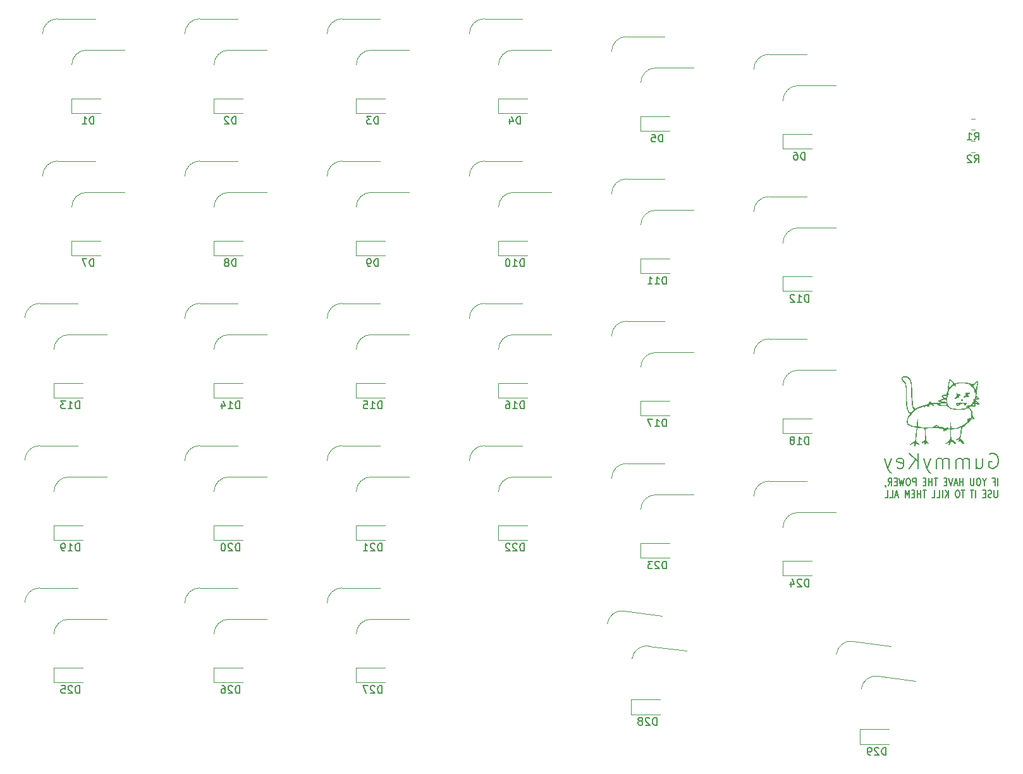
<source format=gbr>
%TF.GenerationSoftware,KiCad,Pcbnew,(6.0.4)*%
%TF.CreationDate,2022-10-11T17:38:10-05:00*%
%TF.ProjectId,GummyKey_Left,47756d6d-794b-4657-995f-4c6566742e6b,rev?*%
%TF.SameCoordinates,Original*%
%TF.FileFunction,Legend,Bot*%
%TF.FilePolarity,Positive*%
%FSLAX46Y46*%
G04 Gerber Fmt 4.6, Leading zero omitted, Abs format (unit mm)*
G04 Created by KiCad (PCBNEW (6.0.4)) date 2022-10-11 17:38:10*
%MOMM*%
%LPD*%
G01*
G04 APERTURE LIST*
%ADD10C,0.200000*%
%ADD11C,0.150000*%
%ADD12C,0.120000*%
G04 APERTURE END LIST*
D10*
X211216071Y-106156250D02*
X211406547Y-106061011D01*
X211692261Y-106061011D01*
X211977976Y-106156250D01*
X212168452Y-106346726D01*
X212263690Y-106537202D01*
X212358928Y-106918154D01*
X212358928Y-107203869D01*
X212263690Y-107584821D01*
X212168452Y-107775297D01*
X211977976Y-107965773D01*
X211692261Y-108061011D01*
X211501785Y-108061011D01*
X211216071Y-107965773D01*
X211120833Y-107870535D01*
X211120833Y-107203869D01*
X211501785Y-107203869D01*
X209406547Y-106727678D02*
X209406547Y-108061011D01*
X210263690Y-106727678D02*
X210263690Y-107775297D01*
X210168452Y-107965773D01*
X209977976Y-108061011D01*
X209692261Y-108061011D01*
X209501785Y-107965773D01*
X209406547Y-107870535D01*
X208454166Y-108061011D02*
X208454166Y-106727678D01*
X208454166Y-106918154D02*
X208358928Y-106822916D01*
X208168452Y-106727678D01*
X207882738Y-106727678D01*
X207692261Y-106822916D01*
X207597023Y-107013392D01*
X207597023Y-108061011D01*
X207597023Y-107013392D02*
X207501785Y-106822916D01*
X207311309Y-106727678D01*
X207025595Y-106727678D01*
X206835119Y-106822916D01*
X206739880Y-107013392D01*
X206739880Y-108061011D01*
X205787500Y-108061011D02*
X205787500Y-106727678D01*
X205787500Y-106918154D02*
X205692261Y-106822916D01*
X205501785Y-106727678D01*
X205216071Y-106727678D01*
X205025595Y-106822916D01*
X204930357Y-107013392D01*
X204930357Y-108061011D01*
X204930357Y-107013392D02*
X204835119Y-106822916D01*
X204644642Y-106727678D01*
X204358928Y-106727678D01*
X204168452Y-106822916D01*
X204073214Y-107013392D01*
X204073214Y-108061011D01*
X203311309Y-106727678D02*
X202835119Y-108061011D01*
X202358928Y-106727678D02*
X202835119Y-108061011D01*
X203025595Y-108537202D01*
X203120833Y-108632440D01*
X203311309Y-108727678D01*
X201597023Y-108061011D02*
X201597023Y-106061011D01*
X200454166Y-108061011D02*
X201311309Y-106918154D01*
X200454166Y-106061011D02*
X201597023Y-107203869D01*
X198835119Y-107965773D02*
X199025595Y-108061011D01*
X199406547Y-108061011D01*
X199597023Y-107965773D01*
X199692261Y-107775297D01*
X199692261Y-107013392D01*
X199597023Y-106822916D01*
X199406547Y-106727678D01*
X199025595Y-106727678D01*
X198835119Y-106822916D01*
X198739880Y-107013392D01*
X198739880Y-107203869D01*
X199692261Y-107394345D01*
X198073214Y-106727678D02*
X197597023Y-108061011D01*
X197120833Y-106727678D02*
X197597023Y-108061011D01*
X197787500Y-108537202D01*
X197882738Y-108632440D01*
X198073214Y-108727678D01*
D11*
X212311309Y-110375505D02*
X212311309Y-109375505D01*
X211663690Y-109851696D02*
X211930357Y-109851696D01*
X211930357Y-110375505D02*
X211930357Y-109375505D01*
X211549404Y-109375505D01*
X210482738Y-109899315D02*
X210482738Y-110375505D01*
X210749404Y-109375505D02*
X210482738Y-109899315D01*
X210216071Y-109375505D01*
X209797023Y-109375505D02*
X209644642Y-109375505D01*
X209568452Y-109423125D01*
X209492261Y-109518363D01*
X209454166Y-109708839D01*
X209454166Y-110042172D01*
X209492261Y-110232648D01*
X209568452Y-110327886D01*
X209644642Y-110375505D01*
X209797023Y-110375505D01*
X209873214Y-110327886D01*
X209949404Y-110232648D01*
X209987500Y-110042172D01*
X209987500Y-109708839D01*
X209949404Y-109518363D01*
X209873214Y-109423125D01*
X209797023Y-109375505D01*
X209111309Y-109375505D02*
X209111309Y-110185029D01*
X209073214Y-110280267D01*
X209035119Y-110327886D01*
X208958928Y-110375505D01*
X208806547Y-110375505D01*
X208730357Y-110327886D01*
X208692261Y-110280267D01*
X208654166Y-110185029D01*
X208654166Y-109375505D01*
X207663690Y-110375505D02*
X207663690Y-109375505D01*
X207663690Y-109851696D02*
X207206547Y-109851696D01*
X207206547Y-110375505D02*
X207206547Y-109375505D01*
X206863690Y-110089791D02*
X206482738Y-110089791D01*
X206939880Y-110375505D02*
X206673214Y-109375505D01*
X206406547Y-110375505D01*
X206254166Y-109375505D02*
X205987500Y-110375505D01*
X205720833Y-109375505D01*
X205454166Y-109851696D02*
X205187500Y-109851696D01*
X205073214Y-110375505D02*
X205454166Y-110375505D01*
X205454166Y-109375505D01*
X205073214Y-109375505D01*
X204235119Y-109375505D02*
X203777976Y-109375505D01*
X204006547Y-110375505D02*
X204006547Y-109375505D01*
X203511309Y-110375505D02*
X203511309Y-109375505D01*
X203511309Y-109851696D02*
X203054166Y-109851696D01*
X203054166Y-110375505D02*
X203054166Y-109375505D01*
X202673214Y-109851696D02*
X202406547Y-109851696D01*
X202292261Y-110375505D02*
X202673214Y-110375505D01*
X202673214Y-109375505D01*
X202292261Y-109375505D01*
X201339880Y-110375505D02*
X201339880Y-109375505D01*
X201035119Y-109375505D01*
X200958928Y-109423125D01*
X200920833Y-109470744D01*
X200882738Y-109565982D01*
X200882738Y-109708839D01*
X200920833Y-109804077D01*
X200958928Y-109851696D01*
X201035119Y-109899315D01*
X201339880Y-109899315D01*
X200387500Y-109375505D02*
X200235119Y-109375505D01*
X200158928Y-109423125D01*
X200082738Y-109518363D01*
X200044642Y-109708839D01*
X200044642Y-110042172D01*
X200082738Y-110232648D01*
X200158928Y-110327886D01*
X200235119Y-110375505D01*
X200387500Y-110375505D01*
X200463690Y-110327886D01*
X200539880Y-110232648D01*
X200577976Y-110042172D01*
X200577976Y-109708839D01*
X200539880Y-109518363D01*
X200463690Y-109423125D01*
X200387500Y-109375505D01*
X199777976Y-109375505D02*
X199587500Y-110375505D01*
X199435119Y-109661220D01*
X199282738Y-110375505D01*
X199092261Y-109375505D01*
X198787500Y-109851696D02*
X198520833Y-109851696D01*
X198406547Y-110375505D02*
X198787500Y-110375505D01*
X198787500Y-109375505D01*
X198406547Y-109375505D01*
X197606547Y-110375505D02*
X197873214Y-109899315D01*
X198063690Y-110375505D02*
X198063690Y-109375505D01*
X197758928Y-109375505D01*
X197682738Y-109423125D01*
X197644642Y-109470744D01*
X197606547Y-109565982D01*
X197606547Y-109708839D01*
X197644642Y-109804077D01*
X197682738Y-109851696D01*
X197758928Y-109899315D01*
X198063690Y-109899315D01*
X197225595Y-110327886D02*
X197225595Y-110375505D01*
X197263690Y-110470744D01*
X197301785Y-110518363D01*
X212273214Y-110985505D02*
X212273214Y-111795029D01*
X212235119Y-111890267D01*
X212197023Y-111937886D01*
X212120833Y-111985505D01*
X211968452Y-111985505D01*
X211892261Y-111937886D01*
X211854166Y-111890267D01*
X211816071Y-111795029D01*
X211816071Y-110985505D01*
X211473214Y-111937886D02*
X211358928Y-111985505D01*
X211168452Y-111985505D01*
X211092261Y-111937886D01*
X211054166Y-111890267D01*
X211016071Y-111795029D01*
X211016071Y-111699791D01*
X211054166Y-111604553D01*
X211092261Y-111556934D01*
X211168452Y-111509315D01*
X211320833Y-111461696D01*
X211397023Y-111414077D01*
X211435119Y-111366458D01*
X211473214Y-111271220D01*
X211473214Y-111175982D01*
X211435119Y-111080744D01*
X211397023Y-111033125D01*
X211320833Y-110985505D01*
X211130357Y-110985505D01*
X211016071Y-111033125D01*
X210673214Y-111461696D02*
X210406547Y-111461696D01*
X210292261Y-111985505D02*
X210673214Y-111985505D01*
X210673214Y-110985505D01*
X210292261Y-110985505D01*
X209339880Y-111985505D02*
X209339880Y-110985505D01*
X209073214Y-110985505D02*
X208616071Y-110985505D01*
X208844642Y-111985505D02*
X208844642Y-110985505D01*
X207854166Y-110985505D02*
X207397023Y-110985505D01*
X207625595Y-111985505D02*
X207625595Y-110985505D01*
X206977976Y-110985505D02*
X206825595Y-110985505D01*
X206749404Y-111033125D01*
X206673214Y-111128363D01*
X206635119Y-111318839D01*
X206635119Y-111652172D01*
X206673214Y-111842648D01*
X206749404Y-111937886D01*
X206825595Y-111985505D01*
X206977976Y-111985505D01*
X207054166Y-111937886D01*
X207130357Y-111842648D01*
X207168452Y-111652172D01*
X207168452Y-111318839D01*
X207130357Y-111128363D01*
X207054166Y-111033125D01*
X206977976Y-110985505D01*
X205682738Y-111985505D02*
X205682738Y-110985505D01*
X205225595Y-111985505D02*
X205568452Y-111414077D01*
X205225595Y-110985505D02*
X205682738Y-111556934D01*
X204882738Y-111985505D02*
X204882738Y-110985505D01*
X204120833Y-111985505D02*
X204501785Y-111985505D01*
X204501785Y-110985505D01*
X203473214Y-111985505D02*
X203854166Y-111985505D01*
X203854166Y-110985505D01*
X202711309Y-110985505D02*
X202254166Y-110985505D01*
X202482738Y-111985505D02*
X202482738Y-110985505D01*
X201987500Y-111985505D02*
X201987500Y-110985505D01*
X201987500Y-111461696D02*
X201530357Y-111461696D01*
X201530357Y-111985505D02*
X201530357Y-110985505D01*
X201149404Y-111461696D02*
X200882738Y-111461696D01*
X200768452Y-111985505D02*
X201149404Y-111985505D01*
X201149404Y-110985505D01*
X200768452Y-110985505D01*
X200425595Y-111985505D02*
X200425595Y-110985505D01*
X200158928Y-111699791D01*
X199892261Y-110985505D01*
X199892261Y-111985505D01*
X198939880Y-111699791D02*
X198558928Y-111699791D01*
X199016071Y-111985505D02*
X198749404Y-110985505D01*
X198482738Y-111985505D01*
X197835119Y-111985505D02*
X198216071Y-111985505D01*
X198216071Y-110985505D01*
X197187500Y-111985505D02*
X197568452Y-111985505D01*
X197568452Y-110985505D01*
%TO.C,D20*%
X110751785Y-119133630D02*
X110751785Y-118133630D01*
X110513690Y-118133630D01*
X110370833Y-118181250D01*
X110275595Y-118276488D01*
X110227976Y-118371726D01*
X110180357Y-118562202D01*
X110180357Y-118705059D01*
X110227976Y-118895535D01*
X110275595Y-118990773D01*
X110370833Y-119086011D01*
X110513690Y-119133630D01*
X110751785Y-119133630D01*
X109799404Y-118228869D02*
X109751785Y-118181250D01*
X109656547Y-118133630D01*
X109418452Y-118133630D01*
X109323214Y-118181250D01*
X109275595Y-118228869D01*
X109227976Y-118324107D01*
X109227976Y-118419345D01*
X109275595Y-118562202D01*
X109847023Y-119133630D01*
X109227976Y-119133630D01*
X108608928Y-118133630D02*
X108513690Y-118133630D01*
X108418452Y-118181250D01*
X108370833Y-118228869D01*
X108323214Y-118324107D01*
X108275595Y-118514583D01*
X108275595Y-118752678D01*
X108323214Y-118943154D01*
X108370833Y-119038392D01*
X108418452Y-119086011D01*
X108513690Y-119133630D01*
X108608928Y-119133630D01*
X108704166Y-119086011D01*
X108751785Y-119038392D01*
X108799404Y-118943154D01*
X108847023Y-118752678D01*
X108847023Y-118514583D01*
X108799404Y-118324107D01*
X108751785Y-118228869D01*
X108704166Y-118181250D01*
X108608928Y-118133630D01*
%TO.C,D11*%
X167901785Y-83414880D02*
X167901785Y-82414880D01*
X167663690Y-82414880D01*
X167520833Y-82462500D01*
X167425595Y-82557738D01*
X167377976Y-82652976D01*
X167330357Y-82843452D01*
X167330357Y-82986309D01*
X167377976Y-83176785D01*
X167425595Y-83272023D01*
X167520833Y-83367261D01*
X167663690Y-83414880D01*
X167901785Y-83414880D01*
X166377976Y-83414880D02*
X166949404Y-83414880D01*
X166663690Y-83414880D02*
X166663690Y-82414880D01*
X166758928Y-82557738D01*
X166854166Y-82652976D01*
X166949404Y-82700595D01*
X165425595Y-83414880D02*
X165997023Y-83414880D01*
X165711309Y-83414880D02*
X165711309Y-82414880D01*
X165806547Y-82557738D01*
X165901785Y-82652976D01*
X165997023Y-82700595D01*
%TO.C,D7*%
X91225595Y-81033630D02*
X91225595Y-80033630D01*
X90987500Y-80033630D01*
X90844642Y-80081250D01*
X90749404Y-80176488D01*
X90701785Y-80271726D01*
X90654166Y-80462202D01*
X90654166Y-80605059D01*
X90701785Y-80795535D01*
X90749404Y-80890773D01*
X90844642Y-80986011D01*
X90987500Y-81033630D01*
X91225595Y-81033630D01*
X90320833Y-80033630D02*
X89654166Y-80033630D01*
X90082738Y-81033630D01*
%TO.C,D1*%
X91225595Y-61983630D02*
X91225595Y-60983630D01*
X90987500Y-60983630D01*
X90844642Y-61031250D01*
X90749404Y-61126488D01*
X90701785Y-61221726D01*
X90654166Y-61412202D01*
X90654166Y-61555059D01*
X90701785Y-61745535D01*
X90749404Y-61840773D01*
X90844642Y-61936011D01*
X90987500Y-61983630D01*
X91225595Y-61983630D01*
X89701785Y-61983630D02*
X90273214Y-61983630D01*
X89987500Y-61983630D02*
X89987500Y-60983630D01*
X90082738Y-61126488D01*
X90177976Y-61221726D01*
X90273214Y-61269345D01*
%TO.C,D10*%
X148851785Y-81033630D02*
X148851785Y-80033630D01*
X148613690Y-80033630D01*
X148470833Y-80081250D01*
X148375595Y-80176488D01*
X148327976Y-80271726D01*
X148280357Y-80462202D01*
X148280357Y-80605059D01*
X148327976Y-80795535D01*
X148375595Y-80890773D01*
X148470833Y-80986011D01*
X148613690Y-81033630D01*
X148851785Y-81033630D01*
X147327976Y-81033630D02*
X147899404Y-81033630D01*
X147613690Y-81033630D02*
X147613690Y-80033630D01*
X147708928Y-80176488D01*
X147804166Y-80271726D01*
X147899404Y-80319345D01*
X146708928Y-80033630D02*
X146613690Y-80033630D01*
X146518452Y-80081250D01*
X146470833Y-80128869D01*
X146423214Y-80224107D01*
X146375595Y-80414583D01*
X146375595Y-80652678D01*
X146423214Y-80843154D01*
X146470833Y-80938392D01*
X146518452Y-80986011D01*
X146613690Y-81033630D01*
X146708928Y-81033630D01*
X146804166Y-80986011D01*
X146851785Y-80938392D01*
X146899404Y-80843154D01*
X146947023Y-80652678D01*
X146947023Y-80414583D01*
X146899404Y-80224107D01*
X146851785Y-80128869D01*
X146804166Y-80081250D01*
X146708928Y-80033630D01*
%TO.C,D26*%
X110751785Y-138183630D02*
X110751785Y-137183630D01*
X110513690Y-137183630D01*
X110370833Y-137231250D01*
X110275595Y-137326488D01*
X110227976Y-137421726D01*
X110180357Y-137612202D01*
X110180357Y-137755059D01*
X110227976Y-137945535D01*
X110275595Y-138040773D01*
X110370833Y-138136011D01*
X110513690Y-138183630D01*
X110751785Y-138183630D01*
X109799404Y-137278869D02*
X109751785Y-137231250D01*
X109656547Y-137183630D01*
X109418452Y-137183630D01*
X109323214Y-137231250D01*
X109275595Y-137278869D01*
X109227976Y-137374107D01*
X109227976Y-137469345D01*
X109275595Y-137612202D01*
X109847023Y-138183630D01*
X109227976Y-138183630D01*
X108370833Y-137183630D02*
X108561309Y-137183630D01*
X108656547Y-137231250D01*
X108704166Y-137278869D01*
X108799404Y-137421726D01*
X108847023Y-137612202D01*
X108847023Y-137993154D01*
X108799404Y-138088392D01*
X108751785Y-138136011D01*
X108656547Y-138183630D01*
X108466071Y-138183630D01*
X108370833Y-138136011D01*
X108323214Y-138088392D01*
X108275595Y-137993154D01*
X108275595Y-137755059D01*
X108323214Y-137659821D01*
X108370833Y-137612202D01*
X108466071Y-137564583D01*
X108656547Y-137564583D01*
X108751785Y-137612202D01*
X108799404Y-137659821D01*
X108847023Y-137755059D01*
%TO.C,D4*%
X148375595Y-61983630D02*
X148375595Y-60983630D01*
X148137500Y-60983630D01*
X147994642Y-61031250D01*
X147899404Y-61126488D01*
X147851785Y-61221726D01*
X147804166Y-61412202D01*
X147804166Y-61555059D01*
X147851785Y-61745535D01*
X147899404Y-61840773D01*
X147994642Y-61936011D01*
X148137500Y-61983630D01*
X148375595Y-61983630D01*
X146947023Y-61316964D02*
X146947023Y-61983630D01*
X147185119Y-60936011D02*
X147423214Y-61650297D01*
X146804166Y-61650297D01*
%TO.C,D15*%
X129801785Y-100083630D02*
X129801785Y-99083630D01*
X129563690Y-99083630D01*
X129420833Y-99131250D01*
X129325595Y-99226488D01*
X129277976Y-99321726D01*
X129230357Y-99512202D01*
X129230357Y-99655059D01*
X129277976Y-99845535D01*
X129325595Y-99940773D01*
X129420833Y-100036011D01*
X129563690Y-100083630D01*
X129801785Y-100083630D01*
X128277976Y-100083630D02*
X128849404Y-100083630D01*
X128563690Y-100083630D02*
X128563690Y-99083630D01*
X128658928Y-99226488D01*
X128754166Y-99321726D01*
X128849404Y-99369345D01*
X127373214Y-99083630D02*
X127849404Y-99083630D01*
X127897023Y-99559821D01*
X127849404Y-99512202D01*
X127754166Y-99464583D01*
X127516071Y-99464583D01*
X127420833Y-99512202D01*
X127373214Y-99559821D01*
X127325595Y-99655059D01*
X127325595Y-99893154D01*
X127373214Y-99988392D01*
X127420833Y-100036011D01*
X127516071Y-100083630D01*
X127754166Y-100083630D01*
X127849404Y-100036011D01*
X127897023Y-99988392D01*
%TO.C,R1*%
X209166666Y-64102380D02*
X209500000Y-63626190D01*
X209738095Y-64102380D02*
X209738095Y-63102380D01*
X209357142Y-63102380D01*
X209261904Y-63150000D01*
X209214285Y-63197619D01*
X209166666Y-63292857D01*
X209166666Y-63435714D01*
X209214285Y-63530952D01*
X209261904Y-63578571D01*
X209357142Y-63626190D01*
X209738095Y-63626190D01*
X208214285Y-64102380D02*
X208785714Y-64102380D01*
X208500000Y-64102380D02*
X208500000Y-63102380D01*
X208595238Y-63245238D01*
X208690476Y-63340476D01*
X208785714Y-63388095D01*
%TO.C,D24*%
X186951785Y-123896130D02*
X186951785Y-122896130D01*
X186713690Y-122896130D01*
X186570833Y-122943750D01*
X186475595Y-123038988D01*
X186427976Y-123134226D01*
X186380357Y-123324702D01*
X186380357Y-123467559D01*
X186427976Y-123658035D01*
X186475595Y-123753273D01*
X186570833Y-123848511D01*
X186713690Y-123896130D01*
X186951785Y-123896130D01*
X185999404Y-122991369D02*
X185951785Y-122943750D01*
X185856547Y-122896130D01*
X185618452Y-122896130D01*
X185523214Y-122943750D01*
X185475595Y-122991369D01*
X185427976Y-123086607D01*
X185427976Y-123181845D01*
X185475595Y-123324702D01*
X186047023Y-123896130D01*
X185427976Y-123896130D01*
X184570833Y-123229464D02*
X184570833Y-123896130D01*
X184808928Y-122848511D02*
X185047023Y-123562797D01*
X184427976Y-123562797D01*
%TO.C,D28*%
X166614365Y-142452380D02*
X166614365Y-141452380D01*
X166376270Y-141452380D01*
X166233413Y-141500000D01*
X166138175Y-141595238D01*
X166090556Y-141690476D01*
X166042937Y-141880952D01*
X166042937Y-142023809D01*
X166090556Y-142214285D01*
X166138175Y-142309523D01*
X166233413Y-142404761D01*
X166376270Y-142452380D01*
X166614365Y-142452380D01*
X165661984Y-141547619D02*
X165614365Y-141500000D01*
X165519127Y-141452380D01*
X165281032Y-141452380D01*
X165185794Y-141500000D01*
X165138175Y-141547619D01*
X165090556Y-141642857D01*
X165090556Y-141738095D01*
X165138175Y-141880952D01*
X165709603Y-142452380D01*
X165090556Y-142452380D01*
X164519127Y-141880952D02*
X164614365Y-141833333D01*
X164661984Y-141785714D01*
X164709603Y-141690476D01*
X164709603Y-141642857D01*
X164661984Y-141547619D01*
X164614365Y-141500000D01*
X164519127Y-141452380D01*
X164328651Y-141452380D01*
X164233413Y-141500000D01*
X164185794Y-141547619D01*
X164138175Y-141642857D01*
X164138175Y-141690476D01*
X164185794Y-141785714D01*
X164233413Y-141833333D01*
X164328651Y-141880952D01*
X164519127Y-141880952D01*
X164614365Y-141928571D01*
X164661984Y-141976190D01*
X164709603Y-142071428D01*
X164709603Y-142261904D01*
X164661984Y-142357142D01*
X164614365Y-142404761D01*
X164519127Y-142452380D01*
X164328651Y-142452380D01*
X164233413Y-142404761D01*
X164185794Y-142357142D01*
X164138175Y-142261904D01*
X164138175Y-142071428D01*
X164185794Y-141976190D01*
X164233413Y-141928571D01*
X164328651Y-141880952D01*
%TO.C,D19*%
X89320535Y-119133630D02*
X89320535Y-118133630D01*
X89082440Y-118133630D01*
X88939583Y-118181250D01*
X88844345Y-118276488D01*
X88796726Y-118371726D01*
X88749107Y-118562202D01*
X88749107Y-118705059D01*
X88796726Y-118895535D01*
X88844345Y-118990773D01*
X88939583Y-119086011D01*
X89082440Y-119133630D01*
X89320535Y-119133630D01*
X87796726Y-119133630D02*
X88368154Y-119133630D01*
X88082440Y-119133630D02*
X88082440Y-118133630D01*
X88177678Y-118276488D01*
X88272916Y-118371726D01*
X88368154Y-118419345D01*
X87320535Y-119133630D02*
X87130059Y-119133630D01*
X87034821Y-119086011D01*
X86987202Y-119038392D01*
X86891964Y-118895535D01*
X86844345Y-118705059D01*
X86844345Y-118324107D01*
X86891964Y-118228869D01*
X86939583Y-118181250D01*
X87034821Y-118133630D01*
X87225297Y-118133630D01*
X87320535Y-118181250D01*
X87368154Y-118228869D01*
X87415773Y-118324107D01*
X87415773Y-118562202D01*
X87368154Y-118657440D01*
X87320535Y-118705059D01*
X87225297Y-118752678D01*
X87034821Y-118752678D01*
X86939583Y-118705059D01*
X86891964Y-118657440D01*
X86844345Y-118562202D01*
%TO.C,D9*%
X129325595Y-81033630D02*
X129325595Y-80033630D01*
X129087500Y-80033630D01*
X128944642Y-80081250D01*
X128849404Y-80176488D01*
X128801785Y-80271726D01*
X128754166Y-80462202D01*
X128754166Y-80605059D01*
X128801785Y-80795535D01*
X128849404Y-80890773D01*
X128944642Y-80986011D01*
X129087500Y-81033630D01*
X129325595Y-81033630D01*
X128277976Y-81033630D02*
X128087500Y-81033630D01*
X127992261Y-80986011D01*
X127944642Y-80938392D01*
X127849404Y-80795535D01*
X127801785Y-80605059D01*
X127801785Y-80224107D01*
X127849404Y-80128869D01*
X127897023Y-80081250D01*
X127992261Y-80033630D01*
X128182738Y-80033630D01*
X128277976Y-80081250D01*
X128325595Y-80128869D01*
X128373214Y-80224107D01*
X128373214Y-80462202D01*
X128325595Y-80557440D01*
X128277976Y-80605059D01*
X128182738Y-80652678D01*
X127992261Y-80652678D01*
X127897023Y-80605059D01*
X127849404Y-80557440D01*
X127801785Y-80462202D01*
%TO.C,D8*%
X110275595Y-81033630D02*
X110275595Y-80033630D01*
X110037500Y-80033630D01*
X109894642Y-80081250D01*
X109799404Y-80176488D01*
X109751785Y-80271726D01*
X109704166Y-80462202D01*
X109704166Y-80605059D01*
X109751785Y-80795535D01*
X109799404Y-80890773D01*
X109894642Y-80986011D01*
X110037500Y-81033630D01*
X110275595Y-81033630D01*
X109132738Y-80462202D02*
X109227976Y-80414583D01*
X109275595Y-80366964D01*
X109323214Y-80271726D01*
X109323214Y-80224107D01*
X109275595Y-80128869D01*
X109227976Y-80081250D01*
X109132738Y-80033630D01*
X108942261Y-80033630D01*
X108847023Y-80081250D01*
X108799404Y-80128869D01*
X108751785Y-80224107D01*
X108751785Y-80271726D01*
X108799404Y-80366964D01*
X108847023Y-80414583D01*
X108942261Y-80462202D01*
X109132738Y-80462202D01*
X109227976Y-80509821D01*
X109275595Y-80557440D01*
X109323214Y-80652678D01*
X109323214Y-80843154D01*
X109275595Y-80938392D01*
X109227976Y-80986011D01*
X109132738Y-81033630D01*
X108942261Y-81033630D01*
X108847023Y-80986011D01*
X108799404Y-80938392D01*
X108751785Y-80843154D01*
X108751785Y-80652678D01*
X108799404Y-80557440D01*
X108847023Y-80509821D01*
X108942261Y-80462202D01*
%TO.C,D16*%
X148851785Y-100083630D02*
X148851785Y-99083630D01*
X148613690Y-99083630D01*
X148470833Y-99131250D01*
X148375595Y-99226488D01*
X148327976Y-99321726D01*
X148280357Y-99512202D01*
X148280357Y-99655059D01*
X148327976Y-99845535D01*
X148375595Y-99940773D01*
X148470833Y-100036011D01*
X148613690Y-100083630D01*
X148851785Y-100083630D01*
X147327976Y-100083630D02*
X147899404Y-100083630D01*
X147613690Y-100083630D02*
X147613690Y-99083630D01*
X147708928Y-99226488D01*
X147804166Y-99321726D01*
X147899404Y-99369345D01*
X146470833Y-99083630D02*
X146661309Y-99083630D01*
X146756547Y-99131250D01*
X146804166Y-99178869D01*
X146899404Y-99321726D01*
X146947023Y-99512202D01*
X146947023Y-99893154D01*
X146899404Y-99988392D01*
X146851785Y-100036011D01*
X146756547Y-100083630D01*
X146566071Y-100083630D01*
X146470833Y-100036011D01*
X146423214Y-99988392D01*
X146375595Y-99893154D01*
X146375595Y-99655059D01*
X146423214Y-99559821D01*
X146470833Y-99512202D01*
X146566071Y-99464583D01*
X146756547Y-99464583D01*
X146851785Y-99512202D01*
X146899404Y-99559821D01*
X146947023Y-99655059D01*
%TO.C,D12*%
X186951785Y-85796130D02*
X186951785Y-84796130D01*
X186713690Y-84796130D01*
X186570833Y-84843750D01*
X186475595Y-84938988D01*
X186427976Y-85034226D01*
X186380357Y-85224702D01*
X186380357Y-85367559D01*
X186427976Y-85558035D01*
X186475595Y-85653273D01*
X186570833Y-85748511D01*
X186713690Y-85796130D01*
X186951785Y-85796130D01*
X185427976Y-85796130D02*
X185999404Y-85796130D01*
X185713690Y-85796130D02*
X185713690Y-84796130D01*
X185808928Y-84938988D01*
X185904166Y-85034226D01*
X185999404Y-85081845D01*
X185047023Y-84891369D02*
X184999404Y-84843750D01*
X184904166Y-84796130D01*
X184666071Y-84796130D01*
X184570833Y-84843750D01*
X184523214Y-84891369D01*
X184475595Y-84986607D01*
X184475595Y-85081845D01*
X184523214Y-85224702D01*
X185094642Y-85796130D01*
X184475595Y-85796130D01*
%TO.C,D3*%
X129325595Y-61983630D02*
X129325595Y-60983630D01*
X129087500Y-60983630D01*
X128944642Y-61031250D01*
X128849404Y-61126488D01*
X128801785Y-61221726D01*
X128754166Y-61412202D01*
X128754166Y-61555059D01*
X128801785Y-61745535D01*
X128849404Y-61840773D01*
X128944642Y-61936011D01*
X129087500Y-61983630D01*
X129325595Y-61983630D01*
X128420833Y-60983630D02*
X127801785Y-60983630D01*
X128135119Y-61364583D01*
X127992261Y-61364583D01*
X127897023Y-61412202D01*
X127849404Y-61459821D01*
X127801785Y-61555059D01*
X127801785Y-61793154D01*
X127849404Y-61888392D01*
X127897023Y-61936011D01*
X127992261Y-61983630D01*
X128277976Y-61983630D01*
X128373214Y-61936011D01*
X128420833Y-61888392D01*
%TO.C,D2*%
X110275595Y-61983630D02*
X110275595Y-60983630D01*
X110037500Y-60983630D01*
X109894642Y-61031250D01*
X109799404Y-61126488D01*
X109751785Y-61221726D01*
X109704166Y-61412202D01*
X109704166Y-61555059D01*
X109751785Y-61745535D01*
X109799404Y-61840773D01*
X109894642Y-61936011D01*
X110037500Y-61983630D01*
X110275595Y-61983630D01*
X109323214Y-61078869D02*
X109275595Y-61031250D01*
X109180357Y-60983630D01*
X108942261Y-60983630D01*
X108847023Y-61031250D01*
X108799404Y-61078869D01*
X108751785Y-61174107D01*
X108751785Y-61269345D01*
X108799404Y-61412202D01*
X109370833Y-61983630D01*
X108751785Y-61983630D01*
%TO.C,D29*%
X197305780Y-146452380D02*
X197305780Y-145452380D01*
X197067685Y-145452380D01*
X196924828Y-145500000D01*
X196829590Y-145595238D01*
X196781971Y-145690476D01*
X196734352Y-145880952D01*
X196734352Y-146023809D01*
X196781971Y-146214285D01*
X196829590Y-146309523D01*
X196924828Y-146404761D01*
X197067685Y-146452380D01*
X197305780Y-146452380D01*
X196353399Y-145547619D02*
X196305780Y-145500000D01*
X196210542Y-145452380D01*
X195972447Y-145452380D01*
X195877209Y-145500000D01*
X195829590Y-145547619D01*
X195781971Y-145642857D01*
X195781971Y-145738095D01*
X195829590Y-145880952D01*
X196401018Y-146452380D01*
X195781971Y-146452380D01*
X195305780Y-146452380D02*
X195115304Y-146452380D01*
X195020066Y-146404761D01*
X194972447Y-146357142D01*
X194877209Y-146214285D01*
X194829590Y-146023809D01*
X194829590Y-145642857D01*
X194877209Y-145547619D01*
X194924828Y-145500000D01*
X195020066Y-145452380D01*
X195210542Y-145452380D01*
X195305780Y-145500000D01*
X195353399Y-145547619D01*
X195401018Y-145642857D01*
X195401018Y-145880952D01*
X195353399Y-145976190D01*
X195305780Y-146023809D01*
X195210542Y-146071428D01*
X195020066Y-146071428D01*
X194924828Y-146023809D01*
X194877209Y-145976190D01*
X194829590Y-145880952D01*
%TO.C,D18*%
X186951785Y-104846130D02*
X186951785Y-103846130D01*
X186713690Y-103846130D01*
X186570833Y-103893750D01*
X186475595Y-103988988D01*
X186427976Y-104084226D01*
X186380357Y-104274702D01*
X186380357Y-104417559D01*
X186427976Y-104608035D01*
X186475595Y-104703273D01*
X186570833Y-104798511D01*
X186713690Y-104846130D01*
X186951785Y-104846130D01*
X185427976Y-104846130D02*
X185999404Y-104846130D01*
X185713690Y-104846130D02*
X185713690Y-103846130D01*
X185808928Y-103988988D01*
X185904166Y-104084226D01*
X185999404Y-104131845D01*
X184856547Y-104274702D02*
X184951785Y-104227083D01*
X184999404Y-104179464D01*
X185047023Y-104084226D01*
X185047023Y-104036607D01*
X184999404Y-103941369D01*
X184951785Y-103893750D01*
X184856547Y-103846130D01*
X184666071Y-103846130D01*
X184570833Y-103893750D01*
X184523214Y-103941369D01*
X184475595Y-104036607D01*
X184475595Y-104084226D01*
X184523214Y-104179464D01*
X184570833Y-104227083D01*
X184666071Y-104274702D01*
X184856547Y-104274702D01*
X184951785Y-104322321D01*
X184999404Y-104369940D01*
X185047023Y-104465178D01*
X185047023Y-104655654D01*
X184999404Y-104750892D01*
X184951785Y-104798511D01*
X184856547Y-104846130D01*
X184666071Y-104846130D01*
X184570833Y-104798511D01*
X184523214Y-104750892D01*
X184475595Y-104655654D01*
X184475595Y-104465178D01*
X184523214Y-104369940D01*
X184570833Y-104322321D01*
X184666071Y-104274702D01*
%TO.C,D14*%
X110751785Y-100083630D02*
X110751785Y-99083630D01*
X110513690Y-99083630D01*
X110370833Y-99131250D01*
X110275595Y-99226488D01*
X110227976Y-99321726D01*
X110180357Y-99512202D01*
X110180357Y-99655059D01*
X110227976Y-99845535D01*
X110275595Y-99940773D01*
X110370833Y-100036011D01*
X110513690Y-100083630D01*
X110751785Y-100083630D01*
X109227976Y-100083630D02*
X109799404Y-100083630D01*
X109513690Y-100083630D02*
X109513690Y-99083630D01*
X109608928Y-99226488D01*
X109704166Y-99321726D01*
X109799404Y-99369345D01*
X108370833Y-99416964D02*
X108370833Y-100083630D01*
X108608928Y-99036011D02*
X108847023Y-99750297D01*
X108227976Y-99750297D01*
%TO.C,D22*%
X148851785Y-119133630D02*
X148851785Y-118133630D01*
X148613690Y-118133630D01*
X148470833Y-118181250D01*
X148375595Y-118276488D01*
X148327976Y-118371726D01*
X148280357Y-118562202D01*
X148280357Y-118705059D01*
X148327976Y-118895535D01*
X148375595Y-118990773D01*
X148470833Y-119086011D01*
X148613690Y-119133630D01*
X148851785Y-119133630D01*
X147899404Y-118228869D02*
X147851785Y-118181250D01*
X147756547Y-118133630D01*
X147518452Y-118133630D01*
X147423214Y-118181250D01*
X147375595Y-118228869D01*
X147327976Y-118324107D01*
X147327976Y-118419345D01*
X147375595Y-118562202D01*
X147947023Y-119133630D01*
X147327976Y-119133630D01*
X146947023Y-118228869D02*
X146899404Y-118181250D01*
X146804166Y-118133630D01*
X146566071Y-118133630D01*
X146470833Y-118181250D01*
X146423214Y-118228869D01*
X146375595Y-118324107D01*
X146375595Y-118419345D01*
X146423214Y-118562202D01*
X146994642Y-119133630D01*
X146375595Y-119133630D01*
%TO.C,D23*%
X167901785Y-121514880D02*
X167901785Y-120514880D01*
X167663690Y-120514880D01*
X167520833Y-120562500D01*
X167425595Y-120657738D01*
X167377976Y-120752976D01*
X167330357Y-120943452D01*
X167330357Y-121086309D01*
X167377976Y-121276785D01*
X167425595Y-121372023D01*
X167520833Y-121467261D01*
X167663690Y-121514880D01*
X167901785Y-121514880D01*
X166949404Y-120610119D02*
X166901785Y-120562500D01*
X166806547Y-120514880D01*
X166568452Y-120514880D01*
X166473214Y-120562500D01*
X166425595Y-120610119D01*
X166377976Y-120705357D01*
X166377976Y-120800595D01*
X166425595Y-120943452D01*
X166997023Y-121514880D01*
X166377976Y-121514880D01*
X166044642Y-120514880D02*
X165425595Y-120514880D01*
X165758928Y-120895833D01*
X165616071Y-120895833D01*
X165520833Y-120943452D01*
X165473214Y-120991071D01*
X165425595Y-121086309D01*
X165425595Y-121324404D01*
X165473214Y-121419642D01*
X165520833Y-121467261D01*
X165616071Y-121514880D01*
X165901785Y-121514880D01*
X165997023Y-121467261D01*
X166044642Y-121419642D01*
%TO.C,D5*%
X167425595Y-64364880D02*
X167425595Y-63364880D01*
X167187500Y-63364880D01*
X167044642Y-63412500D01*
X166949404Y-63507738D01*
X166901785Y-63602976D01*
X166854166Y-63793452D01*
X166854166Y-63936309D01*
X166901785Y-64126785D01*
X166949404Y-64222023D01*
X167044642Y-64317261D01*
X167187500Y-64364880D01*
X167425595Y-64364880D01*
X165949404Y-63364880D02*
X166425595Y-63364880D01*
X166473214Y-63841071D01*
X166425595Y-63793452D01*
X166330357Y-63745833D01*
X166092261Y-63745833D01*
X165997023Y-63793452D01*
X165949404Y-63841071D01*
X165901785Y-63936309D01*
X165901785Y-64174404D01*
X165949404Y-64269642D01*
X165997023Y-64317261D01*
X166092261Y-64364880D01*
X166330357Y-64364880D01*
X166425595Y-64317261D01*
X166473214Y-64269642D01*
%TO.C,R2*%
X209166666Y-67102380D02*
X209500000Y-66626190D01*
X209738095Y-67102380D02*
X209738095Y-66102380D01*
X209357142Y-66102380D01*
X209261904Y-66150000D01*
X209214285Y-66197619D01*
X209166666Y-66292857D01*
X209166666Y-66435714D01*
X209214285Y-66530952D01*
X209261904Y-66578571D01*
X209357142Y-66626190D01*
X209738095Y-66626190D01*
X208785714Y-66197619D02*
X208738095Y-66150000D01*
X208642857Y-66102380D01*
X208404761Y-66102380D01*
X208309523Y-66150000D01*
X208261904Y-66197619D01*
X208214285Y-66292857D01*
X208214285Y-66388095D01*
X208261904Y-66530952D01*
X208833333Y-67102380D01*
X208214285Y-67102380D01*
%TO.C,D21*%
X129801785Y-119133630D02*
X129801785Y-118133630D01*
X129563690Y-118133630D01*
X129420833Y-118181250D01*
X129325595Y-118276488D01*
X129277976Y-118371726D01*
X129230357Y-118562202D01*
X129230357Y-118705059D01*
X129277976Y-118895535D01*
X129325595Y-118990773D01*
X129420833Y-119086011D01*
X129563690Y-119133630D01*
X129801785Y-119133630D01*
X128849404Y-118228869D02*
X128801785Y-118181250D01*
X128706547Y-118133630D01*
X128468452Y-118133630D01*
X128373214Y-118181250D01*
X128325595Y-118228869D01*
X128277976Y-118324107D01*
X128277976Y-118419345D01*
X128325595Y-118562202D01*
X128897023Y-119133630D01*
X128277976Y-119133630D01*
X127325595Y-119133630D02*
X127897023Y-119133630D01*
X127611309Y-119133630D02*
X127611309Y-118133630D01*
X127706547Y-118276488D01*
X127801785Y-118371726D01*
X127897023Y-118419345D01*
%TO.C,D27*%
X129801785Y-138183630D02*
X129801785Y-137183630D01*
X129563690Y-137183630D01*
X129420833Y-137231250D01*
X129325595Y-137326488D01*
X129277976Y-137421726D01*
X129230357Y-137612202D01*
X129230357Y-137755059D01*
X129277976Y-137945535D01*
X129325595Y-138040773D01*
X129420833Y-138136011D01*
X129563690Y-138183630D01*
X129801785Y-138183630D01*
X128849404Y-137278869D02*
X128801785Y-137231250D01*
X128706547Y-137183630D01*
X128468452Y-137183630D01*
X128373214Y-137231250D01*
X128325595Y-137278869D01*
X128277976Y-137374107D01*
X128277976Y-137469345D01*
X128325595Y-137612202D01*
X128897023Y-138183630D01*
X128277976Y-138183630D01*
X127944642Y-137183630D02*
X127277976Y-137183630D01*
X127706547Y-138183630D01*
%TO.C,D13*%
X89320535Y-100083630D02*
X89320535Y-99083630D01*
X89082440Y-99083630D01*
X88939583Y-99131250D01*
X88844345Y-99226488D01*
X88796726Y-99321726D01*
X88749107Y-99512202D01*
X88749107Y-99655059D01*
X88796726Y-99845535D01*
X88844345Y-99940773D01*
X88939583Y-100036011D01*
X89082440Y-100083630D01*
X89320535Y-100083630D01*
X87796726Y-100083630D02*
X88368154Y-100083630D01*
X88082440Y-100083630D02*
X88082440Y-99083630D01*
X88177678Y-99226488D01*
X88272916Y-99321726D01*
X88368154Y-99369345D01*
X87463392Y-99083630D02*
X86844345Y-99083630D01*
X87177678Y-99464583D01*
X87034821Y-99464583D01*
X86939583Y-99512202D01*
X86891964Y-99559821D01*
X86844345Y-99655059D01*
X86844345Y-99893154D01*
X86891964Y-99988392D01*
X86939583Y-100036011D01*
X87034821Y-100083630D01*
X87320535Y-100083630D01*
X87415773Y-100036011D01*
X87463392Y-99988392D01*
%TO.C,D17*%
X167901785Y-102464880D02*
X167901785Y-101464880D01*
X167663690Y-101464880D01*
X167520833Y-101512500D01*
X167425595Y-101607738D01*
X167377976Y-101702976D01*
X167330357Y-101893452D01*
X167330357Y-102036309D01*
X167377976Y-102226785D01*
X167425595Y-102322023D01*
X167520833Y-102417261D01*
X167663690Y-102464880D01*
X167901785Y-102464880D01*
X166377976Y-102464880D02*
X166949404Y-102464880D01*
X166663690Y-102464880D02*
X166663690Y-101464880D01*
X166758928Y-101607738D01*
X166854166Y-101702976D01*
X166949404Y-101750595D01*
X166044642Y-101464880D02*
X165377976Y-101464880D01*
X165806547Y-102464880D01*
%TO.C,D25*%
X89320535Y-138183630D02*
X89320535Y-137183630D01*
X89082440Y-137183630D01*
X88939583Y-137231250D01*
X88844345Y-137326488D01*
X88796726Y-137421726D01*
X88749107Y-137612202D01*
X88749107Y-137755059D01*
X88796726Y-137945535D01*
X88844345Y-138040773D01*
X88939583Y-138136011D01*
X89082440Y-138183630D01*
X89320535Y-138183630D01*
X88368154Y-137278869D02*
X88320535Y-137231250D01*
X88225297Y-137183630D01*
X87987202Y-137183630D01*
X87891964Y-137231250D01*
X87844345Y-137278869D01*
X87796726Y-137374107D01*
X87796726Y-137469345D01*
X87844345Y-137612202D01*
X88415773Y-138183630D01*
X87796726Y-138183630D01*
X86891964Y-137183630D02*
X87368154Y-137183630D01*
X87415773Y-137659821D01*
X87368154Y-137612202D01*
X87272916Y-137564583D01*
X87034821Y-137564583D01*
X86939583Y-137612202D01*
X86891964Y-137659821D01*
X86844345Y-137755059D01*
X86844345Y-137993154D01*
X86891964Y-138088392D01*
X86939583Y-138136011D01*
X87034821Y-138183630D01*
X87272916Y-138183630D01*
X87368154Y-138136011D01*
X87415773Y-138088392D01*
%TO.C,D6*%
X186475595Y-66746130D02*
X186475595Y-65746130D01*
X186237500Y-65746130D01*
X186094642Y-65793750D01*
X185999404Y-65888988D01*
X185951785Y-65984226D01*
X185904166Y-66174702D01*
X185904166Y-66317559D01*
X185951785Y-66508035D01*
X185999404Y-66603273D01*
X186094642Y-66698511D01*
X186237500Y-66746130D01*
X186475595Y-66746130D01*
X185047023Y-65746130D02*
X185237500Y-65746130D01*
X185332738Y-65793750D01*
X185380357Y-65841369D01*
X185475595Y-65984226D01*
X185523214Y-66174702D01*
X185523214Y-66555654D01*
X185475595Y-66650892D01*
X185427976Y-66698511D01*
X185332738Y-66746130D01*
X185142261Y-66746130D01*
X185047023Y-66698511D01*
X184999404Y-66650892D01*
X184951785Y-66555654D01*
X184951785Y-66317559D01*
X184999404Y-66222321D01*
X185047023Y-66174702D01*
X185142261Y-66127083D01*
X185332738Y-66127083D01*
X185427976Y-66174702D01*
X185475595Y-66222321D01*
X185523214Y-66317559D01*
D12*
%TO.C,K18*%
X185537500Y-94931250D02*
X190637500Y-94931250D01*
X181637500Y-90731250D02*
X186737500Y-90731250D01*
X185537500Y-94931250D02*
G75*
G03*
X183537500Y-96931250I-1J-1999999D01*
G01*
X181637500Y-90731250D02*
G75*
G03*
X179637500Y-92731250I-1J-1999999D01*
G01*
%TO.C,K1*%
X86387500Y-47868750D02*
X91487500Y-47868750D01*
X90287500Y-52068750D02*
X95387500Y-52068750D01*
X90287500Y-52068750D02*
G75*
G03*
X88287500Y-54068750I-1J-1999999D01*
G01*
X86387500Y-47868750D02*
G75*
G03*
X84387500Y-49868750I-1J-1999999D01*
G01*
%TO.C,K10*%
X147437500Y-71118750D02*
X152537500Y-71118750D01*
X143537500Y-66918750D02*
X148637500Y-66918750D01*
X147437500Y-71118750D02*
G75*
G03*
X145437500Y-73118750I-1J-1999999D01*
G01*
X143537500Y-66918750D02*
G75*
G03*
X141537500Y-68918750I-1J-1999999D01*
G01*
%TO.C,K2*%
X109337500Y-52068750D02*
X114437500Y-52068750D01*
X105437500Y-47868750D02*
X110537500Y-47868750D01*
X105437500Y-47868750D02*
G75*
G03*
X103437500Y-49868750I-1J-1999999D01*
G01*
X109337500Y-52068750D02*
G75*
G03*
X107337500Y-54068750I-1J-1999999D01*
G01*
%TO.C,K23*%
X162587500Y-107400000D02*
X167687500Y-107400000D01*
X166487500Y-111600000D02*
X171587500Y-111600000D01*
X162587500Y-107400000D02*
G75*
G03*
X160587500Y-109400000I-1J-1999999D01*
G01*
X166487500Y-111600000D02*
G75*
G03*
X164487500Y-113600000I-1J-1999999D01*
G01*
%TO.C,K27*%
X124487500Y-124068750D02*
X129587500Y-124068750D01*
X128387500Y-128268750D02*
X133487500Y-128268750D01*
X128387500Y-128268750D02*
G75*
G03*
X126387500Y-130268750I-1J-1999999D01*
G01*
X124487500Y-124068750D02*
G75*
G03*
X122487500Y-126068750I-1J-1999999D01*
G01*
%TO.C,K6*%
X185537500Y-56831250D02*
X190637500Y-56831250D01*
X181637500Y-52631250D02*
X186737500Y-52631250D01*
X181637500Y-52631250D02*
G75*
G03*
X179637500Y-54631250I-1J-1999999D01*
G01*
X185537500Y-56831250D02*
G75*
G03*
X183537500Y-58831250I-1J-1999999D01*
G01*
%TO.C,K29*%
X192927202Y-131218815D02*
X197983571Y-131884499D01*
X196245627Y-135891936D02*
X201301996Y-136557619D01*
X192927202Y-131218816D02*
G75*
G03*
X190683260Y-132940652I-261053J-1982889D01*
G01*
X196245627Y-135891936D02*
G75*
G03*
X194001685Y-137613773I-261053J-1982889D01*
G01*
%TO.C,K28*%
X165554212Y-131851334D02*
X170610581Y-132517017D01*
X162235787Y-127178213D02*
X167292156Y-127843897D01*
X165554212Y-131851334D02*
G75*
G03*
X163310270Y-133573171I-261053J-1982889D01*
G01*
X162235787Y-127178214D02*
G75*
G03*
X159991845Y-128900050I-261053J-1982889D01*
G01*
%TO.C,K24*%
X185537500Y-113981250D02*
X190637500Y-113981250D01*
X181637500Y-109781250D02*
X186737500Y-109781250D01*
X181637500Y-109781250D02*
G75*
G03*
X179637500Y-111781250I-1J-1999999D01*
G01*
X185537500Y-113981250D02*
G75*
G03*
X183537500Y-115981250I-1J-1999999D01*
G01*
%TO.C,K25*%
X87906250Y-128268750D02*
X93006250Y-128268750D01*
X84006250Y-124068750D02*
X89106250Y-124068750D01*
X84006250Y-124068750D02*
G75*
G03*
X82006250Y-126068750I-1J-1999999D01*
G01*
X87906250Y-128268750D02*
G75*
G03*
X85906250Y-130268750I-1J-1999999D01*
G01*
%TO.C,K9*%
X124487500Y-66918750D02*
X129587500Y-66918750D01*
X128387500Y-71118750D02*
X133487500Y-71118750D01*
X124487500Y-66918750D02*
G75*
G03*
X122487500Y-68918750I-1J-1999999D01*
G01*
X128387500Y-71118750D02*
G75*
G03*
X126387500Y-73118750I-1J-1999999D01*
G01*
%TO.C,K5*%
X166487500Y-54450000D02*
X171587500Y-54450000D01*
X162587500Y-50250000D02*
X167687500Y-50250000D01*
X166487500Y-54450000D02*
G75*
G03*
X164487500Y-56450000I-1J-1999999D01*
G01*
X162587500Y-50250000D02*
G75*
G03*
X160587500Y-52250000I-1J-1999999D01*
G01*
%TO.C,K20*%
X105437500Y-105018750D02*
X110537500Y-105018750D01*
X109337500Y-109218750D02*
X114437500Y-109218750D01*
X105437500Y-105018750D02*
G75*
G03*
X103437500Y-107018750I-1J-1999999D01*
G01*
X109337500Y-109218750D02*
G75*
G03*
X107337500Y-111218750I-1J-1999999D01*
G01*
%TO.C,K22*%
X143537500Y-105018750D02*
X148637500Y-105018750D01*
X147437500Y-109218750D02*
X152537500Y-109218750D01*
X143537500Y-105018750D02*
G75*
G03*
X141537500Y-107018750I-1J-1999999D01*
G01*
X147437500Y-109218750D02*
G75*
G03*
X145437500Y-111218750I-1J-1999999D01*
G01*
%TO.C,K11*%
X166487500Y-73500000D02*
X171587500Y-73500000D01*
X162587500Y-69300000D02*
X167687500Y-69300000D01*
X166487500Y-73500000D02*
G75*
G03*
X164487500Y-75500000I-1J-1999999D01*
G01*
X162587500Y-69300000D02*
G75*
G03*
X160587500Y-71300000I-1J-1999999D01*
G01*
%TO.C,K17*%
X162587500Y-88350000D02*
X167687500Y-88350000D01*
X166487500Y-92550000D02*
X171587500Y-92550000D01*
X162587500Y-88350000D02*
G75*
G03*
X160587500Y-90350000I-1J-1999999D01*
G01*
X166487500Y-92550000D02*
G75*
G03*
X164487500Y-94550000I-1J-1999999D01*
G01*
%TO.C,K3*%
X124487500Y-47868750D02*
X129587500Y-47868750D01*
X128387500Y-52068750D02*
X133487500Y-52068750D01*
X124487500Y-47868750D02*
G75*
G03*
X122487500Y-49868750I-1J-1999999D01*
G01*
X128387500Y-52068750D02*
G75*
G03*
X126387500Y-54068750I-1J-1999999D01*
G01*
%TO.C,K14*%
X109337500Y-90168750D02*
X114437500Y-90168750D01*
X105437500Y-85968750D02*
X110537500Y-85968750D01*
X109337500Y-90168750D02*
G75*
G03*
X107337500Y-92168750I-1J-1999999D01*
G01*
X105437500Y-85968750D02*
G75*
G03*
X103437500Y-87968750I-1J-1999999D01*
G01*
%TO.C,K7*%
X90287500Y-71118750D02*
X95387500Y-71118750D01*
X86387500Y-66918750D02*
X91487500Y-66918750D01*
X86387500Y-66918750D02*
G75*
G03*
X84387500Y-68918750I-1J-1999999D01*
G01*
X90287500Y-71118750D02*
G75*
G03*
X88287500Y-73118750I-1J-1999999D01*
G01*
%TO.C,K15*%
X128387500Y-90168750D02*
X133487500Y-90168750D01*
X124487500Y-85968750D02*
X129587500Y-85968750D01*
X128387500Y-90168750D02*
G75*
G03*
X126387500Y-92168750I-1J-1999999D01*
G01*
X124487500Y-85968750D02*
G75*
G03*
X122487500Y-87968750I-1J-1999999D01*
G01*
%TO.C,K19*%
X84006250Y-105018750D02*
X89106250Y-105018750D01*
X87906250Y-109218750D02*
X93006250Y-109218750D01*
X84006250Y-105018750D02*
G75*
G03*
X82006250Y-107018750I-1J-1999999D01*
G01*
X87906250Y-109218750D02*
G75*
G03*
X85906250Y-111218750I-1J-1999999D01*
G01*
%TO.C,K12*%
X181637500Y-71681250D02*
X186737500Y-71681250D01*
X185537500Y-75881250D02*
X190637500Y-75881250D01*
X185537500Y-75881250D02*
G75*
G03*
X183537500Y-77881250I-1J-1999999D01*
G01*
X181637500Y-71681250D02*
G75*
G03*
X179637500Y-73681250I-1J-1999999D01*
G01*
%TO.C,K8*%
X105437500Y-66918750D02*
X110537500Y-66918750D01*
X109337500Y-71118750D02*
X114437500Y-71118750D01*
X105437500Y-66918750D02*
G75*
G03*
X103437500Y-68918750I-1J-1999999D01*
G01*
X109337500Y-71118750D02*
G75*
G03*
X107337500Y-73118750I-1J-1999999D01*
G01*
%TO.C,K4*%
X147437500Y-52068750D02*
X152537500Y-52068750D01*
X143537500Y-47868750D02*
X148637500Y-47868750D01*
X147437500Y-52068750D02*
G75*
G03*
X145437500Y-54068750I-1J-1999999D01*
G01*
X143537500Y-47868750D02*
G75*
G03*
X141537500Y-49868750I-1J-1999999D01*
G01*
%TO.C,K21*%
X128387500Y-109218750D02*
X133487500Y-109218750D01*
X124487500Y-105018750D02*
X129587500Y-105018750D01*
X124487500Y-105018750D02*
G75*
G03*
X122487500Y-107018750I-1J-1999999D01*
G01*
X128387500Y-109218750D02*
G75*
G03*
X126387500Y-111218750I-1J-1999999D01*
G01*
%TO.C,K13*%
X87906250Y-90168750D02*
X93006250Y-90168750D01*
X84006250Y-85968750D02*
X89106250Y-85968750D01*
X87906250Y-90168750D02*
G75*
G03*
X85906250Y-92168750I-1J-1999999D01*
G01*
X84006250Y-85968750D02*
G75*
G03*
X82006250Y-87968750I-1J-1999999D01*
G01*
%TO.C,K26*%
X109337500Y-128268750D02*
X114437500Y-128268750D01*
X105437500Y-124068750D02*
X110537500Y-124068750D01*
X109337500Y-128268750D02*
G75*
G03*
X107337500Y-130268750I-1J-1999999D01*
G01*
X105437500Y-124068750D02*
G75*
G03*
X103437500Y-126068750I-1J-1999999D01*
G01*
%TO.C,K16*%
X147437500Y-90168750D02*
X152537500Y-90168750D01*
X143537500Y-85968750D02*
X148637500Y-85968750D01*
X147437500Y-90168750D02*
G75*
G03*
X145437500Y-92168750I-1J-1999999D01*
G01*
X143537500Y-85968750D02*
G75*
G03*
X141537500Y-87968750I-1J-1999999D01*
G01*
%TO.C,D20*%
X107287500Y-117681250D02*
X111187500Y-117681250D01*
X107287500Y-117681250D02*
X107287500Y-115681250D01*
X107287500Y-115681250D02*
X111187500Y-115681250D01*
%TO.C,D11*%
X164437500Y-79962500D02*
X168337500Y-79962500D01*
X164437500Y-81962500D02*
X164437500Y-79962500D01*
X164437500Y-81962500D02*
X168337500Y-81962500D01*
%TO.C,D7*%
X88237500Y-79581250D02*
X92137500Y-79581250D01*
X88237500Y-79581250D02*
X88237500Y-77581250D01*
X88237500Y-77581250D02*
X92137500Y-77581250D01*
%TO.C,D1*%
X88237500Y-60531250D02*
X88237500Y-58531250D01*
X88237500Y-58531250D02*
X92137500Y-58531250D01*
X88237500Y-60531250D02*
X92137500Y-60531250D01*
%TO.C,D10*%
X145387500Y-79581250D02*
X145387500Y-77581250D01*
X145387500Y-77581250D02*
X149287500Y-77581250D01*
X145387500Y-79581250D02*
X149287500Y-79581250D01*
%TO.C,D26*%
X107287500Y-136731250D02*
X107287500Y-134731250D01*
X107287500Y-136731250D02*
X111187500Y-136731250D01*
X107287500Y-134731250D02*
X111187500Y-134731250D01*
%TO.C,D4*%
X145387500Y-60531250D02*
X145387500Y-58531250D01*
X145387500Y-58531250D02*
X149287500Y-58531250D01*
X145387500Y-60531250D02*
X149287500Y-60531250D01*
%TO.C,D15*%
X126337500Y-98631250D02*
X130237500Y-98631250D01*
X126337500Y-96631250D02*
X130237500Y-96631250D01*
X126337500Y-98631250D02*
X126337500Y-96631250D01*
%TO.C,R1*%
X208772936Y-61265000D02*
X209227064Y-61265000D01*
X208772936Y-62735000D02*
X209227064Y-62735000D01*
%TO.C,D24*%
X183487500Y-122443750D02*
X187387500Y-122443750D01*
X183487500Y-120443750D02*
X187387500Y-120443750D01*
X183487500Y-122443750D02*
X183487500Y-120443750D01*
%TO.C,D28*%
X163150080Y-141000000D02*
X163150080Y-139000000D01*
X163150080Y-139000000D02*
X167050080Y-139000000D01*
X163150080Y-141000000D02*
X167050080Y-141000000D01*
%TO.C,D19*%
X85856250Y-117681250D02*
X89756250Y-117681250D01*
X85856250Y-117681250D02*
X85856250Y-115681250D01*
X85856250Y-115681250D02*
X89756250Y-115681250D01*
%TO.C,D9*%
X126337500Y-77581250D02*
X130237500Y-77581250D01*
X126337500Y-79581250D02*
X130237500Y-79581250D01*
X126337500Y-79581250D02*
X126337500Y-77581250D01*
%TO.C,D8*%
X107287500Y-77581250D02*
X111187500Y-77581250D01*
X107287500Y-79581250D02*
X107287500Y-77581250D01*
X107287500Y-79581250D02*
X111187500Y-79581250D01*
%TO.C,D16*%
X145387500Y-98631250D02*
X145387500Y-96631250D01*
X145387500Y-98631250D02*
X149287500Y-98631250D01*
X145387500Y-96631250D02*
X149287500Y-96631250D01*
%TO.C,D12*%
X183487500Y-82343750D02*
X187387500Y-82343750D01*
X183487500Y-84343750D02*
X187387500Y-84343750D01*
X183487500Y-84343750D02*
X183487500Y-82343750D01*
%TO.C,D3*%
X126337500Y-60531250D02*
X130237500Y-60531250D01*
X126337500Y-58531250D02*
X130237500Y-58531250D01*
X126337500Y-60531250D02*
X126337500Y-58531250D01*
%TO.C,D2*%
X107287500Y-60531250D02*
X111187500Y-60531250D01*
X107287500Y-60531250D02*
X107287500Y-58531250D01*
X107287500Y-58531250D02*
X111187500Y-58531250D01*
%TO.C,D29*%
X193841495Y-143000000D02*
X197741495Y-143000000D01*
X193841495Y-145000000D02*
X193841495Y-143000000D01*
X193841495Y-145000000D02*
X197741495Y-145000000D01*
%TO.C,D18*%
X183487500Y-103393750D02*
X187387500Y-103393750D01*
X183487500Y-101393750D02*
X187387500Y-101393750D01*
X183487500Y-103393750D02*
X183487500Y-101393750D01*
%TO.C,D14*%
X107287500Y-96631250D02*
X111187500Y-96631250D01*
X107287500Y-98631250D02*
X107287500Y-96631250D01*
X107287500Y-98631250D02*
X111187500Y-98631250D01*
%TO.C,D22*%
X145387500Y-117681250D02*
X149287500Y-117681250D01*
X145387500Y-117681250D02*
X145387500Y-115681250D01*
X145387500Y-115681250D02*
X149287500Y-115681250D01*
%TO.C,D23*%
X164437500Y-120062500D02*
X164437500Y-118062500D01*
X164437500Y-118062500D02*
X168337500Y-118062500D01*
X164437500Y-120062500D02*
X168337500Y-120062500D01*
%TO.C,D5*%
X164437500Y-60912500D02*
X168337500Y-60912500D01*
X164437500Y-62912500D02*
X164437500Y-60912500D01*
X164437500Y-62912500D02*
X168337500Y-62912500D01*
%TO.C,R2*%
X208772936Y-64265000D02*
X209227064Y-64265000D01*
X208772936Y-65735000D02*
X209227064Y-65735000D01*
%TO.C,D21*%
X126337500Y-115681250D02*
X130237500Y-115681250D01*
X126337500Y-117681250D02*
X126337500Y-115681250D01*
X126337500Y-117681250D02*
X130237500Y-117681250D01*
%TO.C,D27*%
X126337500Y-136731250D02*
X126337500Y-134731250D01*
X126337500Y-134731250D02*
X130237500Y-134731250D01*
X126337500Y-136731250D02*
X130237500Y-136731250D01*
%TO.C,D13*%
X85856250Y-96631250D02*
X89756250Y-96631250D01*
X85856250Y-98631250D02*
X89756250Y-98631250D01*
X85856250Y-98631250D02*
X85856250Y-96631250D01*
%TO.C,D17*%
X164437500Y-101012500D02*
X168337500Y-101012500D01*
X164437500Y-101012500D02*
X164437500Y-99012500D01*
X164437500Y-99012500D02*
X168337500Y-99012500D01*
%TO.C,D25*%
X85856250Y-136731250D02*
X85856250Y-134731250D01*
X85856250Y-136731250D02*
X89756250Y-136731250D01*
X85856250Y-134731250D02*
X89756250Y-134731250D01*
%TO.C,G\u002A\u002A\u002A*%
G36*
X208171650Y-97933170D02*
G01*
X208222307Y-97982301D01*
X208274270Y-97979582D01*
X208313813Y-97955337D01*
X208436851Y-97943243D01*
X208594659Y-97964171D01*
X208597175Y-97967051D01*
X208560610Y-98014847D01*
X208464676Y-98100592D01*
X208306281Y-98230234D01*
X208423058Y-98378693D01*
X208482366Y-98471312D01*
X208487118Y-98551260D01*
X208407688Y-98565312D01*
X208253344Y-98506489D01*
X208128712Y-98451567D01*
X208040034Y-98458691D01*
X207929412Y-98534208D01*
X207912057Y-98547578D01*
X207794494Y-98612023D01*
X207718369Y-98590034D01*
X207702718Y-98564949D01*
X207727632Y-98487631D01*
X207845913Y-98373383D01*
X207949031Y-98279287D01*
X208005097Y-98181643D01*
X207997573Y-98070569D01*
X207987301Y-97996503D01*
X208014865Y-97894872D01*
X208084641Y-97867189D01*
X208171650Y-97933170D01*
G37*
G36*
X207609184Y-98854107D02*
G01*
X207609580Y-98957450D01*
X207582261Y-99000376D01*
X207488389Y-99046504D01*
X207458101Y-99039445D01*
X207408928Y-98969571D01*
X207408869Y-98867825D01*
X207463145Y-98787740D01*
X207463388Y-98787590D01*
X207548986Y-98784198D01*
X207609184Y-98854107D01*
G37*
G36*
X209668940Y-98559791D02*
G01*
X209749700Y-98618364D01*
X209836120Y-98690191D01*
X209858820Y-98709058D01*
X209901594Y-98762726D01*
X209889100Y-98776917D01*
X209796436Y-98808099D01*
X209643083Y-98833569D01*
X209566412Y-98843347D01*
X209424742Y-98868603D01*
X209355249Y-98892029D01*
X209354436Y-98893145D01*
X209382479Y-98947092D01*
X209475226Y-99053521D01*
X209613761Y-99190585D01*
X209617984Y-99194540D01*
X209733188Y-99308744D01*
X209761015Y-99336329D01*
X209862817Y-99451803D01*
X209901594Y-99516301D01*
X209889419Y-99534779D01*
X209794871Y-99545978D01*
X209624087Y-99522557D01*
X209397942Y-99466577D01*
X209334561Y-99450202D01*
X209291891Y-99462224D01*
X209326913Y-99545864D01*
X209337588Y-99566146D01*
X209363327Y-99632298D01*
X209382260Y-99680957D01*
X209358385Y-99747305D01*
X209251091Y-99777839D01*
X209045509Y-99785207D01*
X208889077Y-99790969D01*
X208704112Y-99813165D01*
X208586631Y-99846327D01*
X208539134Y-99874395D01*
X208513991Y-99916701D01*
X208554238Y-99982215D01*
X208668731Y-100098094D01*
X208763629Y-100197696D01*
X208832941Y-100308142D01*
X208869155Y-100448323D01*
X208880912Y-100575861D01*
X208888687Y-100660195D01*
X208890009Y-100680248D01*
X208916034Y-100906384D01*
X208963932Y-101058370D01*
X209044804Y-101172650D01*
X209110093Y-101255189D01*
X209127660Y-101315173D01*
X209146391Y-101379131D01*
X209079283Y-101460597D01*
X208912800Y-101489905D01*
X208904066Y-101489945D01*
X208752052Y-101514908D01*
X208702800Y-101570512D01*
X208683445Y-101592363D01*
X208619500Y-101699108D01*
X208482994Y-101854447D01*
X208299657Y-102031336D01*
X208093731Y-102207845D01*
X207889458Y-102362044D01*
X207711080Y-102472003D01*
X207698398Y-102478530D01*
X207630957Y-102518695D01*
X207581782Y-102570863D01*
X207544127Y-102655153D01*
X207511248Y-102791680D01*
X207476401Y-103000563D01*
X207432841Y-103301920D01*
X207327889Y-104043151D01*
X207530410Y-104267317D01*
X207544395Y-104282870D01*
X207731259Y-104512758D01*
X207825639Y-104681163D01*
X207826819Y-104786829D01*
X207814729Y-104803876D01*
X207726836Y-104839272D01*
X207601061Y-104773400D01*
X207433960Y-104604665D01*
X207325468Y-104481466D01*
X207250763Y-104417318D01*
X207200657Y-104419506D01*
X207150062Y-104476723D01*
X207096309Y-104535968D01*
X207037763Y-104548126D01*
X207020017Y-104473886D01*
X207052895Y-104328260D01*
X207086835Y-104218992D01*
X207079159Y-104174481D01*
X207016848Y-104190608D01*
X206993658Y-104200092D01*
X206829879Y-104251126D01*
X206709497Y-104262554D01*
X206662668Y-104230940D01*
X206663730Y-104224482D01*
X206723691Y-104166421D01*
X206847344Y-104105976D01*
X206983343Y-104053588D01*
X207091513Y-103995770D01*
X207163948Y-103917489D01*
X207214067Y-103795806D01*
X207255291Y-103607782D01*
X207301041Y-103330476D01*
X207333210Y-103119481D01*
X207364379Y-102891159D01*
X207383146Y-102722496D01*
X207386276Y-102639698D01*
X207374035Y-102616112D01*
X207304057Y-102616141D01*
X207160077Y-102682315D01*
X206967335Y-102756792D01*
X206638161Y-102796840D01*
X206522693Y-102800289D01*
X206323810Y-102820564D01*
X206181502Y-102852967D01*
X206033877Y-102909094D01*
X206049950Y-103544292D01*
X206066024Y-104179490D01*
X206264905Y-104286822D01*
X206319943Y-104318183D01*
X206491033Y-104440335D01*
X206614339Y-104565460D01*
X206678720Y-104676256D01*
X206673034Y-104755421D01*
X206586139Y-104785654D01*
X206560842Y-104779894D01*
X206455178Y-104722399D01*
X206321675Y-104623160D01*
X206127033Y-104460665D01*
X205969927Y-104708395D01*
X205932703Y-104764387D01*
X205828863Y-104892128D01*
X205748572Y-104953038D01*
X205706786Y-104939146D01*
X205718457Y-104842478D01*
X205740322Y-104771560D01*
X205788535Y-104615185D01*
X205799770Y-104567000D01*
X205781193Y-104507984D01*
X205705257Y-104534026D01*
X205583026Y-104643596D01*
X205542083Y-104683770D01*
X205425443Y-104764967D01*
X205335157Y-104784992D01*
X205298910Y-104734943D01*
X205330524Y-104687483D01*
X205431792Y-104590491D01*
X205578562Y-104470967D01*
X205704692Y-104365050D01*
X205829492Y-104235367D01*
X205890314Y-104138121D01*
X205899233Y-104082147D01*
X205911349Y-103920005D01*
X205919813Y-103694418D01*
X205923190Y-103436102D01*
X205923965Y-102853663D01*
X205727608Y-102853663D01*
X205723585Y-102853687D01*
X205584133Y-102882075D01*
X205525480Y-102894015D01*
X205323108Y-102994912D01*
X205255770Y-103038296D01*
X205115909Y-103100312D01*
X205038576Y-103075439D01*
X205014793Y-102962738D01*
X204999974Y-102900076D01*
X204982694Y-102882075D01*
X205185263Y-102882075D01*
X205213675Y-102910487D01*
X205242086Y-102882075D01*
X205213675Y-102853663D01*
X205185263Y-102882075D01*
X204982694Y-102882075D01*
X204909493Y-102805819D01*
X204774981Y-102760179D01*
X204641138Y-102784478D01*
X204622087Y-102794059D01*
X204517273Y-102801445D01*
X204383368Y-102726323D01*
X204373334Y-102718996D01*
X204256583Y-102654307D01*
X204122682Y-102633192D01*
X203925083Y-102647661D01*
X203886935Y-102652106D01*
X203665213Y-102674694D01*
X203391982Y-102698985D01*
X203117639Y-102720437D01*
X202612656Y-102756667D01*
X202648507Y-103217134D01*
X202649325Y-103227719D01*
X202667054Y-103501861D01*
X202679745Y-103780247D01*
X202684699Y-104004171D01*
X202686851Y-104126267D01*
X202708361Y-104285063D01*
X202768555Y-104410378D01*
X202886220Y-104553423D01*
X202956371Y-104640231D01*
X203020249Y-104758028D01*
X203020590Y-104826854D01*
X202961021Y-104829461D01*
X202845169Y-104748603D01*
X202768910Y-104685906D01*
X202710433Y-104684523D01*
X202642937Y-104771449D01*
X202617513Y-104807568D01*
X202530892Y-104889403D01*
X202476567Y-104862911D01*
X202457746Y-104728831D01*
X202457538Y-104703763D01*
X202440576Y-104586353D01*
X202385335Y-104571794D01*
X202276202Y-104653618D01*
X202182858Y-104712922D01*
X202107113Y-104685043D01*
X202092456Y-104638357D01*
X202152220Y-104565835D01*
X202305540Y-104461934D01*
X202567801Y-104302657D01*
X202562955Y-103904894D01*
X202557646Y-103705464D01*
X202542541Y-103404312D01*
X202522134Y-103138511D01*
X202486158Y-102769891D01*
X202258865Y-102725518D01*
X202245724Y-102722971D01*
X202022988Y-102682979D01*
X201803944Y-102647932D01*
X201576316Y-102614717D01*
X201471074Y-103401864D01*
X201423782Y-103770579D01*
X201394848Y-104055052D01*
X201387787Y-104262041D01*
X201404666Y-104409148D01*
X201447551Y-104513975D01*
X201518508Y-104594124D01*
X201619603Y-104667197D01*
X201729632Y-104750065D01*
X201816654Y-104851880D01*
X201828119Y-104926898D01*
X201755119Y-104956124D01*
X201754269Y-104956118D01*
X201657098Y-104922333D01*
X201533069Y-104842478D01*
X201525729Y-104836731D01*
X201420437Y-104760332D01*
X201362198Y-104728831D01*
X201354731Y-104735694D01*
X201327428Y-104816946D01*
X201298775Y-104960407D01*
X201275576Y-105066560D01*
X201226654Y-105163413D01*
X201177518Y-105159366D01*
X201141491Y-105061187D01*
X201131895Y-104875642D01*
X201141391Y-104608287D01*
X200989837Y-104704491D01*
X200859187Y-104795797D01*
X200714637Y-104912775D01*
X200605465Y-104985710D01*
X200526143Y-104988058D01*
X200513310Y-104922980D01*
X200588210Y-104808071D01*
X200594506Y-104801436D01*
X200696947Y-104709802D01*
X200768982Y-104672008D01*
X200799859Y-104661694D01*
X200904894Y-104598462D01*
X201043193Y-104496763D01*
X201088579Y-104460151D01*
X201203043Y-104347951D01*
X201253292Y-104235327D01*
X201264458Y-104074296D01*
X201266366Y-104012861D01*
X201283694Y-103809356D01*
X201315201Y-103552902D01*
X201356129Y-103284475D01*
X201377986Y-103146139D01*
X201406804Y-102919871D01*
X201419965Y-102746621D01*
X201414736Y-102655712D01*
X201352477Y-102597749D01*
X201223624Y-102569230D01*
X200997501Y-102547844D01*
X200734310Y-102481272D01*
X200491831Y-102382144D01*
X200300983Y-102263395D01*
X200192689Y-102137960D01*
X200171111Y-102084632D01*
X200122599Y-101806771D01*
X200252271Y-101806771D01*
X200303815Y-102023957D01*
X200422382Y-102179997D01*
X200441705Y-102193450D01*
X200592535Y-102267899D01*
X200799159Y-102341911D01*
X201021667Y-102404056D01*
X201220146Y-102442902D01*
X201354687Y-102447019D01*
X201366921Y-102444301D01*
X201417944Y-102414449D01*
X201449680Y-102341551D01*
X201468354Y-102202074D01*
X201480187Y-101972485D01*
X201480403Y-101966743D01*
X201498180Y-101695428D01*
X201523712Y-101527611D01*
X201552099Y-101465074D01*
X201578443Y-101509599D01*
X201597842Y-101662968D01*
X201605397Y-101926961D01*
X201605397Y-102443570D01*
X201994172Y-102531366D01*
X202186304Y-102565768D01*
X202552678Y-102600443D01*
X202952027Y-102607293D01*
X203175012Y-102600942D01*
X203376130Y-102586710D01*
X203519260Y-102559498D01*
X203635344Y-102512879D01*
X203729700Y-102455900D01*
X203963563Y-102455900D01*
X203977177Y-102494686D01*
X204073856Y-102512724D01*
X204170539Y-102498254D01*
X204219267Y-102455900D01*
X204199474Y-102423519D01*
X204108974Y-102399077D01*
X204043710Y-102408165D01*
X203963563Y-102455900D01*
X203729700Y-102455900D01*
X203755323Y-102440427D01*
X203865287Y-102374683D01*
X204093185Y-102293224D01*
X204278038Y-102311487D01*
X204414283Y-102429563D01*
X204434525Y-102455900D01*
X204472710Y-102505584D01*
X204562428Y-102549683D01*
X204707207Y-102536459D01*
X204866833Y-102526324D01*
X205002860Y-102583576D01*
X205007728Y-102587758D01*
X205185612Y-102689305D01*
X205358981Y-102703202D01*
X205497410Y-102626791D01*
X205515980Y-102607503D01*
X205609648Y-102547887D01*
X205666672Y-102565928D01*
X205659700Y-102656602D01*
X205658694Y-102659296D01*
X205669865Y-102721478D01*
X205775828Y-102740017D01*
X205830185Y-102738512D01*
X205883852Y-102719484D01*
X205911754Y-102658953D01*
X205922317Y-102532873D01*
X205923965Y-102317196D01*
X205928129Y-102134712D01*
X205946460Y-101950846D01*
X205973865Y-101869370D01*
X206004231Y-101892836D01*
X206031444Y-102023798D01*
X206049394Y-102264809D01*
X206051550Y-102312687D01*
X206068630Y-102512687D01*
X206093942Y-102655703D01*
X206122847Y-102713406D01*
X206239652Y-102714923D01*
X206439648Y-102690566D01*
X206680574Y-102645503D01*
X206927050Y-102586435D01*
X207143696Y-102520061D01*
X207307032Y-102462465D01*
X207441262Y-102416642D01*
X207498842Y-102399077D01*
X207503740Y-102394329D01*
X207500811Y-102329866D01*
X207500258Y-102325281D01*
X207547067Y-102269924D01*
X207666855Y-102230426D01*
X207819216Y-102171289D01*
X207969301Y-102043932D01*
X207980003Y-102030637D01*
X208086286Y-101929233D01*
X208176090Y-101887668D01*
X208223286Y-101869672D01*
X208239232Y-101793033D01*
X208222338Y-101631963D01*
X208221034Y-101623266D01*
X208363595Y-101623266D01*
X208377538Y-101659785D01*
X208414451Y-101696582D01*
X208477580Y-101636099D01*
X208518947Y-101570512D01*
X208507991Y-101503169D01*
X208407984Y-101499088D01*
X208364051Y-101526119D01*
X208363595Y-101623266D01*
X208221034Y-101623266D01*
X208183992Y-101376258D01*
X208408616Y-101376258D01*
X208517296Y-101368767D01*
X208628175Y-101323450D01*
X208633800Y-101315173D01*
X208832843Y-101315173D01*
X208836466Y-101347426D01*
X208907187Y-101376258D01*
X208954101Y-101366987D01*
X208981531Y-101315173D01*
X208973814Y-101298326D01*
X208907187Y-101254088D01*
X208891506Y-101256466D01*
X208832843Y-101315173D01*
X208633800Y-101315173D01*
X208698025Y-101220663D01*
X208737516Y-101041801D01*
X208757321Y-100768257D01*
X208760872Y-100575861D01*
X208742306Y-100440725D01*
X208687155Y-100332926D01*
X208581548Y-100208273D01*
X208391216Y-100000585D01*
X207967322Y-100127517D01*
X207949989Y-100132686D01*
X207754602Y-100185886D01*
X207579737Y-100218606D01*
X207391946Y-100233661D01*
X207157781Y-100233863D01*
X206843793Y-100222028D01*
X206816045Y-100220730D01*
X206516049Y-100203795D01*
X206301119Y-100182915D01*
X206144751Y-100153180D01*
X206020439Y-100109680D01*
X205901679Y-100047505D01*
X205825119Y-100000513D01*
X205677427Y-99897685D01*
X205585744Y-99816894D01*
X205556649Y-99790778D01*
X205459655Y-99753797D01*
X205292797Y-99734158D01*
X205034422Y-99728384D01*
X204858621Y-99723661D01*
X204583829Y-99695345D01*
X204362964Y-99645888D01*
X204215884Y-99580400D01*
X204195004Y-99550545D01*
X204486094Y-99550545D01*
X204568273Y-99577317D01*
X204661173Y-99592882D01*
X204845019Y-99607865D01*
X205057411Y-99613961D01*
X205108484Y-99614023D01*
X205280837Y-99610157D01*
X205371490Y-99591345D01*
X205406659Y-99546579D01*
X205412556Y-99464855D01*
X205407502Y-99380980D01*
X205373621Y-99339458D01*
X205282929Y-99332895D01*
X205107444Y-99350834D01*
X205000361Y-99366350D01*
X204785187Y-99411683D01*
X204618307Y-99464071D01*
X204590808Y-99475672D01*
X204490765Y-99523094D01*
X204486094Y-99550545D01*
X204195004Y-99550545D01*
X204162444Y-99503990D01*
X204138532Y-99478230D01*
X204038059Y-99453109D01*
X203899563Y-99444615D01*
X203767507Y-99454548D01*
X203686357Y-99484709D01*
X203695857Y-99542363D01*
X203776327Y-99625504D01*
X203849349Y-99684684D01*
X203865456Y-99719522D01*
X203796755Y-99727120D01*
X203684957Y-99694365D01*
X203558402Y-99607787D01*
X203433460Y-99532405D01*
X203293778Y-99517571D01*
X203184053Y-99566786D01*
X203139625Y-99674426D01*
X203139528Y-99680389D01*
X203094733Y-99788138D01*
X202998975Y-99832895D01*
X202897148Y-99792752D01*
X202789203Y-99737798D01*
X202637012Y-99741585D01*
X202513988Y-99814319D01*
X202452325Y-99864415D01*
X202369161Y-99839249D01*
X202363006Y-99834649D01*
X202280597Y-99818802D01*
X202134983Y-99850108D01*
X201907908Y-99932248D01*
X201883121Y-99942171D01*
X201454839Y-100146263D01*
X201391408Y-100190100D01*
X201111176Y-100383767D01*
X200825363Y-100673000D01*
X200735500Y-100781330D01*
X200592764Y-100952529D01*
X200483040Y-101083124D01*
X200343747Y-101306653D01*
X200266124Y-101557862D01*
X200252271Y-101806771D01*
X200122599Y-101806771D01*
X200121802Y-101802204D01*
X200152581Y-101492818D01*
X200256372Y-101192832D01*
X200426100Y-100938604D01*
X200540444Y-100813477D01*
X200392536Y-100637698D01*
X200371068Y-100610535D01*
X200260094Y-100423680D01*
X200182672Y-100223004D01*
X200173629Y-100188179D01*
X200118097Y-99975691D01*
X200067848Y-99785207D01*
X200065013Y-99772870D01*
X200049124Y-99638876D01*
X200035336Y-99415553D01*
X200024458Y-99123695D01*
X200017297Y-98784098D01*
X200014663Y-98417556D01*
X200013151Y-98080258D01*
X200004111Y-97657986D01*
X199984149Y-97323340D01*
X199950119Y-97060783D01*
X199898875Y-96854777D01*
X199827274Y-96689787D01*
X199732168Y-96550275D01*
X199610414Y-96420704D01*
X199532786Y-96341979D01*
X199422336Y-96186437D01*
X199389290Y-96039147D01*
X199389302Y-96035459D01*
X199392172Y-96021321D01*
X199518897Y-96021321D01*
X199561718Y-96144176D01*
X199710520Y-96307369D01*
X199811949Y-96407582D01*
X199915173Y-96539539D01*
X199993667Y-96691962D01*
X200050683Y-96880360D01*
X200089469Y-97120243D01*
X200113278Y-97427123D01*
X200125360Y-97816508D01*
X200128966Y-98303910D01*
X200135997Y-98836710D01*
X200159743Y-99322479D01*
X200201886Y-99716709D01*
X200264092Y-100030423D01*
X200348031Y-100274642D01*
X200455371Y-100460390D01*
X200465446Y-100473795D01*
X200560126Y-100579836D01*
X200644082Y-100607252D01*
X200745101Y-100553116D01*
X200890969Y-100414500D01*
X201110090Y-100190100D01*
X200964977Y-100017643D01*
X200939269Y-99985749D01*
X200894961Y-99918467D01*
X200858549Y-99835845D01*
X200828584Y-99725603D01*
X200803619Y-99575459D01*
X200782206Y-99373134D01*
X200762898Y-99106345D01*
X200744247Y-98762813D01*
X200724804Y-98330256D01*
X200703123Y-97796393D01*
X200687855Y-97430704D01*
X200671062Y-97099707D01*
X200653212Y-96849475D01*
X200632269Y-96662405D01*
X200606197Y-96520899D01*
X200572961Y-96407355D01*
X200530525Y-96304173D01*
X200448258Y-96147262D01*
X200300635Y-95973359D01*
X200115521Y-95887908D01*
X199868818Y-95875293D01*
X199754806Y-95886781D01*
X199582959Y-95936343D01*
X199518897Y-96021321D01*
X199392172Y-96021321D01*
X199417061Y-95898708D01*
X199508655Y-95811093D01*
X199679777Y-95764485D01*
X199946124Y-95750755D01*
X200098429Y-95756153D01*
X200309794Y-95799836D01*
X200463423Y-95902596D01*
X200581353Y-96082521D01*
X200685620Y-96357697D01*
X200692361Y-96379123D01*
X200730850Y-96517377D01*
X200761833Y-96667791D01*
X200786918Y-96847277D01*
X200807718Y-97072745D01*
X200825842Y-97361107D01*
X200842901Y-97729274D01*
X200860505Y-98194155D01*
X200873338Y-98517828D01*
X200891963Y-98897179D01*
X200912322Y-99231915D01*
X200933218Y-99504789D01*
X200953452Y-99698552D01*
X200971825Y-99795958D01*
X200985108Y-99827571D01*
X201099907Y-99983509D01*
X201255006Y-100033249D01*
X201448620Y-99976117D01*
X201455681Y-99972515D01*
X201588128Y-99915014D01*
X201798686Y-99833571D01*
X202059847Y-99738507D01*
X202344100Y-99640142D01*
X202386752Y-99625737D01*
X202670989Y-99526610D01*
X202865050Y-99450486D01*
X202985616Y-99389052D01*
X203049373Y-99333999D01*
X203050774Y-99330621D01*
X203196449Y-99330621D01*
X203197100Y-99343480D01*
X203221507Y-99387444D01*
X203230622Y-99384829D01*
X203281684Y-99330621D01*
X203290562Y-99308610D01*
X203256626Y-99273798D01*
X203240132Y-99275981D01*
X203196449Y-99330621D01*
X203050774Y-99330621D01*
X203073004Y-99277012D01*
X203076937Y-99255495D01*
X203141040Y-99143447D01*
X203251257Y-99126793D01*
X203387678Y-99209785D01*
X203454434Y-99262403D01*
X203558138Y-99304910D01*
X203585874Y-99308610D01*
X203711321Y-99325345D01*
X203945916Y-99330621D01*
X203953549Y-99330615D01*
X204193772Y-99324976D01*
X204413955Y-99310801D01*
X204567310Y-99291067D01*
X204759089Y-99251513D01*
X204531795Y-99186498D01*
X204408729Y-99139933D01*
X204318096Y-99064781D01*
X204318854Y-99059739D01*
X204649296Y-99059739D01*
X204714440Y-99080224D01*
X204864742Y-99108512D01*
X205059386Y-99134874D01*
X205412556Y-99174830D01*
X205412556Y-99038414D01*
X205532050Y-99038414D01*
X205535075Y-99174830D01*
X205538117Y-99312029D01*
X205566736Y-99464855D01*
X205575501Y-99511662D01*
X205655793Y-99664046D01*
X205790584Y-99795916D01*
X205991463Y-99934003D01*
X205992504Y-99934660D01*
X206104074Y-99997238D01*
X206221628Y-100040155D01*
X206372083Y-100068499D01*
X206582352Y-100087357D01*
X206879351Y-100101815D01*
X207066906Y-100108273D01*
X207331925Y-100110228D01*
X207533945Y-100097550D01*
X207705148Y-100067517D01*
X207877714Y-100017410D01*
X207984162Y-99980571D01*
X208175738Y-99902173D01*
X208276301Y-99840335D01*
X208279717Y-99799775D01*
X208179849Y-99785207D01*
X208075381Y-99769905D01*
X208026426Y-99728384D01*
X208037694Y-99711670D01*
X208128345Y-99682929D01*
X208280154Y-99671560D01*
X208401825Y-99665421D01*
X208470190Y-99645039D01*
X208841876Y-99645039D01*
X208879715Y-99667974D01*
X209014026Y-99671560D01*
X209028853Y-99671539D01*
X209154709Y-99664361D01*
X209191775Y-99632298D01*
X209162892Y-99557914D01*
X209115970Y-99488350D01*
X209056053Y-99444267D01*
X208999077Y-99473347D01*
X208907187Y-99557914D01*
X208883342Y-99584494D01*
X208841876Y-99645039D01*
X208470190Y-99645039D01*
X208568623Y-99615693D01*
X208734556Y-99495366D01*
X208797550Y-99436705D01*
X208886264Y-99336088D01*
X208909913Y-99278209D01*
X208923073Y-99224745D01*
X208960083Y-99183179D01*
X209198500Y-99183179D01*
X209283067Y-99251470D01*
X209409308Y-99307321D01*
X209516478Y-99330127D01*
X209560655Y-99308744D01*
X209560608Y-99307412D01*
X209511704Y-99250391D01*
X209404207Y-99187005D01*
X209287366Y-99141338D01*
X209210433Y-99137476D01*
X209198500Y-99183179D01*
X208960083Y-99183179D01*
X208999670Y-99138718D01*
X209018693Y-99121911D01*
X209078820Y-99038008D01*
X209048690Y-98960601D01*
X209038480Y-98946696D01*
X209014397Y-98858209D01*
X209040929Y-98790611D01*
X209103556Y-98789247D01*
X209138869Y-98799374D01*
X209207858Y-98741168D01*
X209240660Y-98648742D01*
X209390185Y-98648742D01*
X209418271Y-98683984D01*
X209518037Y-98704695D01*
X209548843Y-98704063D01*
X209605280Y-98690191D01*
X209560655Y-98648742D01*
X209529450Y-98629712D01*
X209425956Y-98595867D01*
X209390185Y-98648742D01*
X209240660Y-98648742D01*
X209265206Y-98579579D01*
X209307924Y-98321445D01*
X209323358Y-98168531D01*
X209326084Y-98040062D01*
X209304333Y-97981055D01*
X209254384Y-97966862D01*
X209246456Y-97966711D01*
X209187485Y-97934379D01*
X209195491Y-97828349D01*
X209194598Y-97719604D01*
X209150960Y-97567228D01*
X209077963Y-97408256D01*
X208991364Y-97271474D01*
X208906919Y-97185666D01*
X208840385Y-97179618D01*
X208821876Y-97193277D01*
X208732163Y-97213545D01*
X208685163Y-97164969D01*
X208716098Y-97076712D01*
X208742807Y-97038214D01*
X208743222Y-97031429D01*
X209049536Y-97031429D01*
X209050212Y-97041171D01*
X209084104Y-97136800D01*
X209153311Y-97259453D01*
X209235804Y-97377215D01*
X209309554Y-97458171D01*
X209352532Y-97470405D01*
X209383570Y-97391447D01*
X209426348Y-97240485D01*
X209472776Y-97049889D01*
X209516367Y-96849573D01*
X209550635Y-96669452D01*
X209569092Y-96539442D01*
X209565252Y-96489457D01*
X209524411Y-96511551D01*
X209425707Y-96596968D01*
X209301722Y-96720191D01*
X209179602Y-96852694D01*
X209086491Y-96965949D01*
X209049536Y-97031429D01*
X208743222Y-97031429D01*
X208746090Y-96984532D01*
X208687342Y-96930418D01*
X208551279Y-96864108D01*
X208322617Y-96773835D01*
X208144112Y-96720756D01*
X207832259Y-96672105D01*
X207495502Y-96659046D01*
X207167362Y-96680575D01*
X206881358Y-96735686D01*
X206730954Y-96798384D01*
X206671007Y-96823374D01*
X206668698Y-96824876D01*
X206623431Y-96888619D01*
X206658800Y-96993640D01*
X206673085Y-97021331D01*
X206692935Y-97095968D01*
X206639079Y-97114513D01*
X206585036Y-97099206D01*
X206500656Y-97017999D01*
X206482636Y-96989017D01*
X206436685Y-96959116D01*
X206359495Y-96984527D01*
X206220715Y-97070997D01*
X206080145Y-97180145D01*
X205857311Y-97454213D01*
X205696929Y-97817350D01*
X205662339Y-97940424D01*
X205659306Y-98033463D01*
X205703966Y-98085017D01*
X205719201Y-98095226D01*
X205741739Y-98145001D01*
X205669634Y-98214537D01*
X205633841Y-98246345D01*
X205596543Y-98310152D01*
X205593302Y-98315697D01*
X205566595Y-98429871D01*
X205549160Y-98611810D01*
X205536434Y-98884454D01*
X205532050Y-99038414D01*
X205412556Y-99038414D01*
X205412556Y-99025432D01*
X205411981Y-98998317D01*
X205381280Y-98901712D01*
X205284704Y-98877131D01*
X205226330Y-98880536D01*
X205074024Y-98904223D01*
X204909071Y-98942923D01*
X204762567Y-98987701D01*
X204665610Y-99029618D01*
X204649296Y-99059739D01*
X204318854Y-99059739D01*
X204329269Y-98990503D01*
X204446561Y-98930077D01*
X204477140Y-98921382D01*
X204641351Y-98875527D01*
X204827907Y-98824282D01*
X205067195Y-98759151D01*
X204892226Y-98591942D01*
X204799356Y-98486183D01*
X204770954Y-98413232D01*
X204968820Y-98413232D01*
X204986704Y-98471590D01*
X205088991Y-98568341D01*
X205187973Y-98645733D01*
X205309856Y-98698344D01*
X205385057Y-98652967D01*
X205423204Y-98507858D01*
X205446285Y-98310152D01*
X205216333Y-98345296D01*
X205045001Y-98376340D01*
X204968820Y-98413232D01*
X204770954Y-98413232D01*
X204751186Y-98362459D01*
X204801202Y-98280585D01*
X204947707Y-98250979D01*
X205100199Y-98235827D01*
X205281665Y-98191652D01*
X205306119Y-98182331D01*
X205397725Y-98125355D01*
X205470393Y-98029939D01*
X205528821Y-97881059D01*
X205577706Y-97663692D01*
X205621742Y-97362816D01*
X205638792Y-97207640D01*
X205772626Y-97207640D01*
X205791313Y-97197470D01*
X205875701Y-97138153D01*
X206000612Y-97045772D01*
X206135769Y-96943140D01*
X206250896Y-96853072D01*
X206315720Y-96798384D01*
X206304740Y-96743087D01*
X206242047Y-96635935D01*
X206151668Y-96511544D01*
X206058356Y-96403890D01*
X205986862Y-96346952D01*
X205938743Y-96332424D01*
X205893627Y-96344705D01*
X205862312Y-96411002D01*
X205836782Y-96551037D01*
X205809020Y-96784533D01*
X205805612Y-96815772D01*
X205785679Y-97011666D01*
X205773864Y-97151813D01*
X205772626Y-97207640D01*
X205638792Y-97207640D01*
X205665627Y-96963407D01*
X205671210Y-96908380D01*
X205701749Y-96631768D01*
X205731390Y-96399336D01*
X205756995Y-96234084D01*
X205775423Y-96159010D01*
X205785067Y-96146475D01*
X205872540Y-96126294D01*
X206001060Y-96180995D01*
X206149930Y-96295242D01*
X206298451Y-96453696D01*
X206425924Y-96641021D01*
X206455660Y-96687137D01*
X206504921Y-96713764D01*
X206594520Y-96699333D01*
X206757393Y-96644156D01*
X206937093Y-96593967D01*
X207304112Y-96546660D01*
X207714187Y-96547177D01*
X208129874Y-96594584D01*
X208513726Y-96687949D01*
X208569303Y-96705600D01*
X208773392Y-96761736D01*
X208931322Y-96791945D01*
X209012685Y-96790008D01*
X209049748Y-96763000D01*
X209159024Y-96671695D01*
X209296232Y-96548900D01*
X209302415Y-96543217D01*
X209478115Y-96400762D01*
X209600570Y-96347382D01*
X209671473Y-96386150D01*
X209692514Y-96520143D01*
X209690260Y-96539442D01*
X209665387Y-96752435D01*
X209591783Y-97086102D01*
X209539247Y-97341318D01*
X209492610Y-97652277D01*
X209464348Y-97941213D01*
X209458283Y-98040062D01*
X209436286Y-98398562D01*
X209668940Y-98559791D01*
G37*
G36*
X207174077Y-99586325D02*
G01*
X207109237Y-99671861D01*
X206983573Y-99731348D01*
X206856795Y-99704922D01*
X206758800Y-99602581D01*
X206734306Y-99497737D01*
X206889961Y-99497737D01*
X206895828Y-99529209D01*
X206953260Y-99586802D01*
X207024093Y-99575310D01*
X207039521Y-99557618D01*
X207053563Y-99479164D01*
X206975196Y-99444267D01*
X206936036Y-99450283D01*
X206889961Y-99497737D01*
X206734306Y-99497737D01*
X206719491Y-99434323D01*
X206725888Y-99340977D01*
X206770876Y-99297249D01*
X206889820Y-99310704D01*
X207010305Y-99318605D01*
X207154765Y-99266666D01*
X207220025Y-99225935D01*
X207270404Y-99250939D01*
X207310428Y-99277562D01*
X207459725Y-99293820D01*
X207715749Y-99286084D01*
X207755089Y-99283725D01*
X207950508Y-99277525D01*
X208088066Y-99282386D01*
X208140073Y-99297558D01*
X208139921Y-99302115D01*
X208108842Y-99398311D01*
X208042251Y-99521033D01*
X207966993Y-99626658D01*
X207909914Y-99671560D01*
X207855732Y-99631104D01*
X207796524Y-99522640D01*
X207762521Y-99448561D01*
X207692951Y-99397600D01*
X207563535Y-99408993D01*
X207420214Y-99433708D01*
X207318635Y-99444267D01*
X207257484Y-99479164D01*
X207251344Y-99482668D01*
X207174077Y-99586325D01*
G37*
G36*
X206829842Y-97945472D02*
G01*
X206898840Y-98048893D01*
X206908052Y-98068140D01*
X206976527Y-98166720D01*
X207035410Y-98194212D01*
X207060431Y-98137332D01*
X207085662Y-98088193D01*
X207166499Y-98095310D01*
X207272587Y-98170901D01*
X207293334Y-98192310D01*
X207331904Y-98260071D01*
X207282734Y-98312089D01*
X207240473Y-98335453D01*
X207153244Y-98363755D01*
X207129661Y-98387224D01*
X207133719Y-98478272D01*
X207137570Y-98556603D01*
X207069317Y-98600573D01*
X206941933Y-98614908D01*
X206845466Y-98640345D01*
X206747903Y-98691734D01*
X206723715Y-98705339D01*
X206590091Y-98749771D01*
X206520102Y-98726150D01*
X206530348Y-98654839D01*
X206637428Y-98556203D01*
X206655533Y-98544144D01*
X206738825Y-98470178D01*
X206765324Y-98376537D01*
X206750159Y-98217806D01*
X206746755Y-98193243D01*
X206742912Y-98030015D01*
X206774237Y-97943302D01*
X206829842Y-97945472D01*
G37*
%TO.C,D6*%
X183487500Y-65293750D02*
X183487500Y-63293750D01*
X183487500Y-63293750D02*
X187387500Y-63293750D01*
X183487500Y-65293750D02*
X187387500Y-65293750D01*
%TD*%
M02*

</source>
